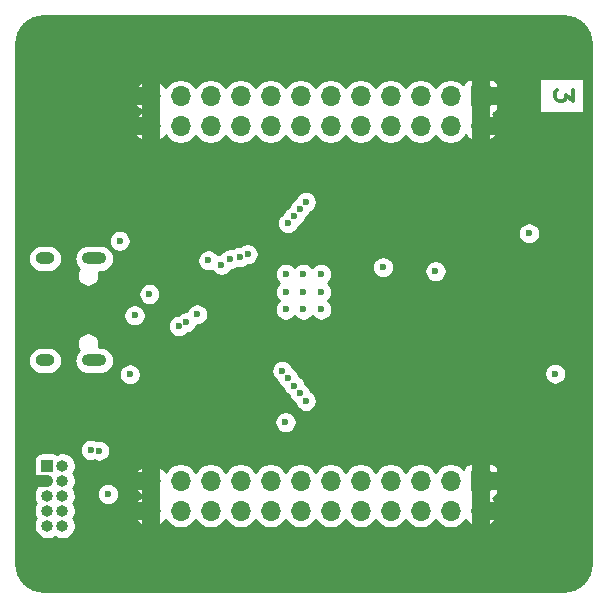
<source format=gbr>
G04 #@! TF.GenerationSoftware,KiCad,Pcbnew,(5.1.10-1-10_14)*
G04 #@! TF.CreationDate,2021-08-26T00:22:11+08:00*
G04 #@! TF.ProjectId,stm32f401_devboard,73746d33-3266-4343-9031-5f646576626f,rev?*
G04 #@! TF.SameCoordinates,Original*
G04 #@! TF.FileFunction,Copper,L3,Inr*
G04 #@! TF.FilePolarity,Positive*
%FSLAX46Y46*%
G04 Gerber Fmt 4.6, Leading zero omitted, Abs format (unit mm)*
G04 Created by KiCad (PCBNEW (5.1.10-1-10_14)) date 2021-08-26 00:22:11*
%MOMM*%
%LPD*%
G01*
G04 APERTURE LIST*
G04 #@! TA.AperFunction,NonConductor*
%ADD10C,0.300000*%
G04 #@! TD*
G04 #@! TA.AperFunction,ComponentPad*
%ADD11O,1.700000X1.700000*%
G04 #@! TD*
G04 #@! TA.AperFunction,ComponentPad*
%ADD12R,1.700000X1.700000*%
G04 #@! TD*
G04 #@! TA.AperFunction,ComponentPad*
%ADD13O,2.100000X1.000000*%
G04 #@! TD*
G04 #@! TA.AperFunction,ComponentPad*
%ADD14O,1.600000X1.000000*%
G04 #@! TD*
G04 #@! TA.AperFunction,ComponentPad*
%ADD15O,1.000000X1.000000*%
G04 #@! TD*
G04 #@! TA.AperFunction,ComponentPad*
%ADD16R,1.000000X1.000000*%
G04 #@! TD*
G04 #@! TA.AperFunction,ViaPad*
%ADD17C,0.600000*%
G04 #@! TD*
G04 #@! TA.AperFunction,Conductor*
%ADD18C,1.500000*%
G04 #@! TD*
G04 #@! TA.AperFunction,Conductor*
%ADD19C,1.000000*%
G04 #@! TD*
G04 #@! TA.AperFunction,Conductor*
%ADD20C,0.254000*%
G04 #@! TD*
G04 #@! TA.AperFunction,Conductor*
%ADD21C,0.100000*%
G04 #@! TD*
G04 APERTURE END LIST*
D10*
X147821428Y-76900000D02*
X147821428Y-77828571D01*
X147250000Y-77328571D01*
X147250000Y-77542857D01*
X147178571Y-77685714D01*
X147107142Y-77757142D01*
X146964285Y-77828571D01*
X146607142Y-77828571D01*
X146464285Y-77757142D01*
X146392857Y-77685714D01*
X146321428Y-77542857D01*
X146321428Y-77114285D01*
X146392857Y-76971428D01*
X146464285Y-76900000D01*
D11*
X112060000Y-112540000D03*
X112060000Y-110000000D03*
X114600000Y-112540000D03*
X114600000Y-110000000D03*
X117140000Y-112540000D03*
X117140000Y-110000000D03*
X119680000Y-112540000D03*
X119680000Y-110000000D03*
X122220000Y-112540000D03*
X122220000Y-110000000D03*
X124760000Y-112540000D03*
X124760000Y-110000000D03*
X127300000Y-112540000D03*
X127300000Y-110000000D03*
X129840000Y-112540000D03*
X129840000Y-110000000D03*
X132380000Y-112540000D03*
X132380000Y-110000000D03*
X134920000Y-112540000D03*
X134920000Y-110000000D03*
X137460000Y-112540000D03*
X137460000Y-110000000D03*
X140000000Y-112540000D03*
D12*
X140000000Y-110000000D03*
D11*
X112060000Y-80000000D03*
X112060000Y-77460000D03*
X114600000Y-80000000D03*
X114600000Y-77460000D03*
X117140000Y-80000000D03*
X117140000Y-77460000D03*
X119680000Y-80000000D03*
X119680000Y-77460000D03*
X122220000Y-80000000D03*
X122220000Y-77460000D03*
X124760000Y-80000000D03*
X124760000Y-77460000D03*
X127300000Y-80000000D03*
X127300000Y-77460000D03*
X129840000Y-80000000D03*
X129840000Y-77460000D03*
X132380000Y-80000000D03*
X132380000Y-77460000D03*
X134920000Y-80000000D03*
X134920000Y-77460000D03*
X137460000Y-80000000D03*
X137460000Y-77460000D03*
X140000000Y-80000000D03*
D12*
X140000000Y-77460000D03*
D13*
X107290000Y-99820000D03*
X107290000Y-91180000D03*
D14*
X103110000Y-91180000D03*
X103110000Y-99820000D03*
D15*
X103315000Y-113820000D03*
X104585000Y-113820000D03*
X103315000Y-112550000D03*
X104585000Y-112550000D03*
X103315000Y-111280000D03*
X104585000Y-111280000D03*
X103315000Y-110010000D03*
X104585000Y-110010000D03*
X104585000Y-108740000D03*
D16*
X103315000Y-108740000D03*
D17*
X123480000Y-105040000D03*
X125000000Y-94000000D03*
X126500000Y-94000000D03*
X123500000Y-94000000D03*
X123500000Y-92500000D03*
X125000000Y-92500000D03*
X126500000Y-92500000D03*
X125000000Y-95500000D03*
X123500000Y-95500000D03*
X126500000Y-95500000D03*
X109440000Y-89690000D03*
X110297823Y-100997823D03*
X136180000Y-92260000D03*
X144100000Y-89050000D03*
X146310000Y-100930000D03*
X116950000Y-91350000D03*
X107709667Y-107450979D03*
X115080000Y-96580000D03*
X106980000Y-107400000D03*
X116010000Y-95910000D03*
X128740000Y-98150000D03*
X119540000Y-96830000D03*
X121160000Y-89610000D03*
X115450000Y-103600000D03*
X132480000Y-85890000D03*
X123198000Y-100695229D03*
X108450000Y-111120000D03*
X131740000Y-91920000D03*
X125198000Y-103240000D03*
X124698000Y-102609877D03*
X124198000Y-101940322D03*
X123698000Y-101296678D03*
X114427755Y-96901105D03*
X110700000Y-96000000D03*
X111960000Y-94198000D03*
X118060000Y-91720000D03*
X118770000Y-91240000D03*
X119592386Y-91056046D03*
X120280000Y-90820000D03*
X123698000Y-88195231D03*
X124198000Y-87615547D03*
X124698000Y-86983596D03*
X125198000Y-86400000D03*
D18*
X140000000Y-110000000D02*
X144510000Y-110000000D01*
X140000000Y-110000000D02*
X140000000Y-108070000D01*
X140000000Y-110000000D02*
X140000000Y-115110000D01*
X140000000Y-112540000D02*
X142500000Y-112540000D01*
X142500000Y-112540000D02*
X144560000Y-110480000D01*
X112060000Y-110000000D02*
X112060000Y-114970000D01*
X112100000Y-114930000D02*
X112100000Y-107560000D01*
X112060000Y-110000000D02*
X109820000Y-110000000D01*
X112060000Y-112540000D02*
X109600000Y-112540000D01*
X112060000Y-80000000D02*
X112060000Y-73990000D01*
X112060000Y-80000000D02*
X112060000Y-82490000D01*
X112060000Y-77460000D02*
X109040000Y-77460000D01*
X112060000Y-80000000D02*
X109220000Y-80000000D01*
X140000000Y-77460000D02*
X140000000Y-74820000D01*
X140000000Y-77460000D02*
X140000000Y-82310000D01*
X140000000Y-77460000D02*
X142020000Y-77460000D01*
X140000000Y-80000000D02*
X142450000Y-80000000D01*
D19*
X103315000Y-110010000D02*
X101720000Y-110010000D01*
D20*
X147453893Y-70707670D02*
X147890498Y-70839489D01*
X148293185Y-71053600D01*
X148646612Y-71341848D01*
X148937327Y-71693261D01*
X149154242Y-72094439D01*
X149289106Y-72530113D01*
X149340000Y-73014344D01*
X149340001Y-116967711D01*
X149292330Y-117453894D01*
X149160512Y-117890497D01*
X148946399Y-118293186D01*
X148658150Y-118646613D01*
X148306739Y-118937327D01*
X147905564Y-119154240D01*
X147469886Y-119289106D01*
X146985664Y-119340000D01*
X103032279Y-119340000D01*
X102546106Y-119292330D01*
X102109503Y-119160512D01*
X101706814Y-118946399D01*
X101353387Y-118658150D01*
X101062673Y-118306739D01*
X100845760Y-117905564D01*
X100710894Y-117469886D01*
X100660000Y-116985664D01*
X100660000Y-108240000D01*
X102176928Y-108240000D01*
X102176928Y-109240000D01*
X102189188Y-109364482D01*
X102225498Y-109484180D01*
X102273070Y-109573180D01*
X102237554Y-109653136D01*
X102220881Y-109708126D01*
X102347046Y-109883000D01*
X103188000Y-109883000D01*
X103188000Y-109878072D01*
X103442000Y-109878072D01*
X103442000Y-109883000D01*
X103453026Y-109883000D01*
X103450000Y-109898212D01*
X103450000Y-110121788D01*
X103453026Y-110137000D01*
X103442000Y-110137000D01*
X103442000Y-110148026D01*
X103426788Y-110145000D01*
X103203212Y-110145000D01*
X103188000Y-110148026D01*
X103188000Y-110137000D01*
X102347046Y-110137000D01*
X102220881Y-110311874D01*
X102237554Y-110366864D01*
X102327877Y-110570206D01*
X102377353Y-110640342D01*
X102309176Y-110742376D01*
X102223617Y-110948933D01*
X102180000Y-111168212D01*
X102180000Y-111391788D01*
X102223617Y-111611067D01*
X102309176Y-111817624D01*
X102374241Y-111915000D01*
X102309176Y-112012376D01*
X102223617Y-112218933D01*
X102180000Y-112438212D01*
X102180000Y-112661788D01*
X102223617Y-112881067D01*
X102309176Y-113087624D01*
X102374241Y-113185000D01*
X102309176Y-113282376D01*
X102223617Y-113488933D01*
X102180000Y-113708212D01*
X102180000Y-113931788D01*
X102223617Y-114151067D01*
X102309176Y-114357624D01*
X102433388Y-114543520D01*
X102591480Y-114701612D01*
X102777376Y-114825824D01*
X102983933Y-114911383D01*
X103203212Y-114955000D01*
X103426788Y-114955000D01*
X103646067Y-114911383D01*
X103852624Y-114825824D01*
X103950000Y-114760759D01*
X104047376Y-114825824D01*
X104253933Y-114911383D01*
X104473212Y-114955000D01*
X104696788Y-114955000D01*
X104916067Y-114911383D01*
X105122624Y-114825824D01*
X105308520Y-114701612D01*
X105466612Y-114543520D01*
X105590824Y-114357624D01*
X105676383Y-114151067D01*
X105720000Y-113931788D01*
X105720000Y-113708212D01*
X105676383Y-113488933D01*
X105590824Y-113282376D01*
X105525759Y-113185000D01*
X105590824Y-113087624D01*
X105669828Y-112896891D01*
X110618519Y-112896891D01*
X110715843Y-113171252D01*
X110864822Y-113421355D01*
X111059731Y-113637588D01*
X111293080Y-113811641D01*
X111555901Y-113936825D01*
X111703110Y-113981476D01*
X111933000Y-113860155D01*
X111933000Y-112667000D01*
X110739186Y-112667000D01*
X110618519Y-112896891D01*
X105669828Y-112896891D01*
X105676383Y-112881067D01*
X105720000Y-112661788D01*
X105720000Y-112438212D01*
X105676383Y-112218933D01*
X105590824Y-112012376D01*
X105525759Y-111915000D01*
X105590824Y-111817624D01*
X105676383Y-111611067D01*
X105720000Y-111391788D01*
X105720000Y-111168212D01*
X105692093Y-111027911D01*
X107515000Y-111027911D01*
X107515000Y-111212089D01*
X107550932Y-111392729D01*
X107621414Y-111562889D01*
X107723738Y-111716028D01*
X107853972Y-111846262D01*
X108007111Y-111948586D01*
X108177271Y-112019068D01*
X108357911Y-112055000D01*
X108542089Y-112055000D01*
X108722729Y-112019068D01*
X108892889Y-111948586D01*
X109046028Y-111846262D01*
X109176262Y-111716028D01*
X109278586Y-111562889D01*
X109349068Y-111392729D01*
X109385000Y-111212089D01*
X109385000Y-111027911D01*
X109349068Y-110847271D01*
X109278586Y-110677111D01*
X109176262Y-110523972D01*
X109046028Y-110393738D01*
X108990883Y-110356891D01*
X110618519Y-110356891D01*
X110715843Y-110631252D01*
X110864822Y-110881355D01*
X111059731Y-111097588D01*
X111290880Y-111270000D01*
X111059731Y-111442412D01*
X110864822Y-111658645D01*
X110715843Y-111908748D01*
X110618519Y-112183109D01*
X110739186Y-112413000D01*
X111933000Y-112413000D01*
X111933000Y-110127000D01*
X110739186Y-110127000D01*
X110618519Y-110356891D01*
X108990883Y-110356891D01*
X108892889Y-110291414D01*
X108722729Y-110220932D01*
X108542089Y-110185000D01*
X108357911Y-110185000D01*
X108177271Y-110220932D01*
X108007111Y-110291414D01*
X107853972Y-110393738D01*
X107723738Y-110523972D01*
X107621414Y-110677111D01*
X107550932Y-110847271D01*
X107515000Y-111027911D01*
X105692093Y-111027911D01*
X105676383Y-110948933D01*
X105590824Y-110742376D01*
X105525759Y-110645000D01*
X105590824Y-110547624D01*
X105676383Y-110341067D01*
X105720000Y-110121788D01*
X105720000Y-109898212D01*
X105676383Y-109678933D01*
X105661545Y-109643109D01*
X110618519Y-109643109D01*
X110739186Y-109873000D01*
X111933000Y-109873000D01*
X111933000Y-108679845D01*
X112187000Y-108679845D01*
X112187000Y-109873000D01*
X112207000Y-109873000D01*
X112207000Y-110127000D01*
X112187000Y-110127000D01*
X112187000Y-112413000D01*
X112207000Y-112413000D01*
X112207000Y-112667000D01*
X112187000Y-112667000D01*
X112187000Y-113860155D01*
X112416890Y-113981476D01*
X112564099Y-113936825D01*
X112826920Y-113811641D01*
X113060269Y-113637588D01*
X113255178Y-113421355D01*
X113324805Y-113304466D01*
X113446525Y-113486632D01*
X113653368Y-113693475D01*
X113896589Y-113855990D01*
X114166842Y-113967932D01*
X114453740Y-114025000D01*
X114746260Y-114025000D01*
X115033158Y-113967932D01*
X115303411Y-113855990D01*
X115546632Y-113693475D01*
X115753475Y-113486632D01*
X115870000Y-113312240D01*
X115986525Y-113486632D01*
X116193368Y-113693475D01*
X116436589Y-113855990D01*
X116706842Y-113967932D01*
X116993740Y-114025000D01*
X117286260Y-114025000D01*
X117573158Y-113967932D01*
X117843411Y-113855990D01*
X118086632Y-113693475D01*
X118293475Y-113486632D01*
X118410000Y-113312240D01*
X118526525Y-113486632D01*
X118733368Y-113693475D01*
X118976589Y-113855990D01*
X119246842Y-113967932D01*
X119533740Y-114025000D01*
X119826260Y-114025000D01*
X120113158Y-113967932D01*
X120383411Y-113855990D01*
X120626632Y-113693475D01*
X120833475Y-113486632D01*
X120950000Y-113312240D01*
X121066525Y-113486632D01*
X121273368Y-113693475D01*
X121516589Y-113855990D01*
X121786842Y-113967932D01*
X122073740Y-114025000D01*
X122366260Y-114025000D01*
X122653158Y-113967932D01*
X122923411Y-113855990D01*
X123166632Y-113693475D01*
X123373475Y-113486632D01*
X123490000Y-113312240D01*
X123606525Y-113486632D01*
X123813368Y-113693475D01*
X124056589Y-113855990D01*
X124326842Y-113967932D01*
X124613740Y-114025000D01*
X124906260Y-114025000D01*
X125193158Y-113967932D01*
X125463411Y-113855990D01*
X125706632Y-113693475D01*
X125913475Y-113486632D01*
X126030000Y-113312240D01*
X126146525Y-113486632D01*
X126353368Y-113693475D01*
X126596589Y-113855990D01*
X126866842Y-113967932D01*
X127153740Y-114025000D01*
X127446260Y-114025000D01*
X127733158Y-113967932D01*
X128003411Y-113855990D01*
X128246632Y-113693475D01*
X128453475Y-113486632D01*
X128570000Y-113312240D01*
X128686525Y-113486632D01*
X128893368Y-113693475D01*
X129136589Y-113855990D01*
X129406842Y-113967932D01*
X129693740Y-114025000D01*
X129986260Y-114025000D01*
X130273158Y-113967932D01*
X130543411Y-113855990D01*
X130786632Y-113693475D01*
X130993475Y-113486632D01*
X131110000Y-113312240D01*
X131226525Y-113486632D01*
X131433368Y-113693475D01*
X131676589Y-113855990D01*
X131946842Y-113967932D01*
X132233740Y-114025000D01*
X132526260Y-114025000D01*
X132813158Y-113967932D01*
X133083411Y-113855990D01*
X133326632Y-113693475D01*
X133533475Y-113486632D01*
X133650000Y-113312240D01*
X133766525Y-113486632D01*
X133973368Y-113693475D01*
X134216589Y-113855990D01*
X134486842Y-113967932D01*
X134773740Y-114025000D01*
X135066260Y-114025000D01*
X135353158Y-113967932D01*
X135623411Y-113855990D01*
X135866632Y-113693475D01*
X136073475Y-113486632D01*
X136190000Y-113312240D01*
X136306525Y-113486632D01*
X136513368Y-113693475D01*
X136756589Y-113855990D01*
X137026842Y-113967932D01*
X137313740Y-114025000D01*
X137606260Y-114025000D01*
X137893158Y-113967932D01*
X138163411Y-113855990D01*
X138406632Y-113693475D01*
X138613475Y-113486632D01*
X138735195Y-113304466D01*
X138804822Y-113421355D01*
X138999731Y-113637588D01*
X139233080Y-113811641D01*
X139495901Y-113936825D01*
X139643110Y-113981476D01*
X139873000Y-113860155D01*
X139873000Y-112667000D01*
X140127000Y-112667000D01*
X140127000Y-113860155D01*
X140356890Y-113981476D01*
X140504099Y-113936825D01*
X140766920Y-113811641D01*
X141000269Y-113637588D01*
X141195178Y-113421355D01*
X141344157Y-113171252D01*
X141441481Y-112896891D01*
X141320814Y-112667000D01*
X140127000Y-112667000D01*
X139873000Y-112667000D01*
X139853000Y-112667000D01*
X139853000Y-112413000D01*
X139873000Y-112413000D01*
X139873000Y-110127000D01*
X140127000Y-110127000D01*
X140127000Y-112413000D01*
X141320814Y-112413000D01*
X141441481Y-112183109D01*
X141344157Y-111908748D01*
X141195178Y-111658645D01*
X141018374Y-111462498D01*
X141094180Y-111439502D01*
X141204494Y-111380537D01*
X141301185Y-111301185D01*
X141380537Y-111204494D01*
X141439502Y-111094180D01*
X141475812Y-110974482D01*
X141488072Y-110850000D01*
X141485000Y-110285750D01*
X141326250Y-110127000D01*
X140127000Y-110127000D01*
X139873000Y-110127000D01*
X139853000Y-110127000D01*
X139853000Y-109873000D01*
X139873000Y-109873000D01*
X139873000Y-108673750D01*
X140127000Y-108673750D01*
X140127000Y-109873000D01*
X141326250Y-109873000D01*
X141485000Y-109714250D01*
X141488072Y-109150000D01*
X141475812Y-109025518D01*
X141439502Y-108905820D01*
X141380537Y-108795506D01*
X141301185Y-108698815D01*
X141204494Y-108619463D01*
X141094180Y-108560498D01*
X140974482Y-108524188D01*
X140850000Y-108511928D01*
X140285750Y-108515000D01*
X140127000Y-108673750D01*
X139873000Y-108673750D01*
X139714250Y-108515000D01*
X139150000Y-108511928D01*
X139025518Y-108524188D01*
X138905820Y-108560498D01*
X138795506Y-108619463D01*
X138698815Y-108698815D01*
X138619463Y-108795506D01*
X138560498Y-108905820D01*
X138538487Y-108978380D01*
X138406632Y-108846525D01*
X138163411Y-108684010D01*
X137893158Y-108572068D01*
X137606260Y-108515000D01*
X137313740Y-108515000D01*
X137026842Y-108572068D01*
X136756589Y-108684010D01*
X136513368Y-108846525D01*
X136306525Y-109053368D01*
X136190000Y-109227760D01*
X136073475Y-109053368D01*
X135866632Y-108846525D01*
X135623411Y-108684010D01*
X135353158Y-108572068D01*
X135066260Y-108515000D01*
X134773740Y-108515000D01*
X134486842Y-108572068D01*
X134216589Y-108684010D01*
X133973368Y-108846525D01*
X133766525Y-109053368D01*
X133650000Y-109227760D01*
X133533475Y-109053368D01*
X133326632Y-108846525D01*
X133083411Y-108684010D01*
X132813158Y-108572068D01*
X132526260Y-108515000D01*
X132233740Y-108515000D01*
X131946842Y-108572068D01*
X131676589Y-108684010D01*
X131433368Y-108846525D01*
X131226525Y-109053368D01*
X131110000Y-109227760D01*
X130993475Y-109053368D01*
X130786632Y-108846525D01*
X130543411Y-108684010D01*
X130273158Y-108572068D01*
X129986260Y-108515000D01*
X129693740Y-108515000D01*
X129406842Y-108572068D01*
X129136589Y-108684010D01*
X128893368Y-108846525D01*
X128686525Y-109053368D01*
X128570000Y-109227760D01*
X128453475Y-109053368D01*
X128246632Y-108846525D01*
X128003411Y-108684010D01*
X127733158Y-108572068D01*
X127446260Y-108515000D01*
X127153740Y-108515000D01*
X126866842Y-108572068D01*
X126596589Y-108684010D01*
X126353368Y-108846525D01*
X126146525Y-109053368D01*
X126030000Y-109227760D01*
X125913475Y-109053368D01*
X125706632Y-108846525D01*
X125463411Y-108684010D01*
X125193158Y-108572068D01*
X124906260Y-108515000D01*
X124613740Y-108515000D01*
X124326842Y-108572068D01*
X124056589Y-108684010D01*
X123813368Y-108846525D01*
X123606525Y-109053368D01*
X123490000Y-109227760D01*
X123373475Y-109053368D01*
X123166632Y-108846525D01*
X122923411Y-108684010D01*
X122653158Y-108572068D01*
X122366260Y-108515000D01*
X122073740Y-108515000D01*
X121786842Y-108572068D01*
X121516589Y-108684010D01*
X121273368Y-108846525D01*
X121066525Y-109053368D01*
X120950000Y-109227760D01*
X120833475Y-109053368D01*
X120626632Y-108846525D01*
X120383411Y-108684010D01*
X120113158Y-108572068D01*
X119826260Y-108515000D01*
X119533740Y-108515000D01*
X119246842Y-108572068D01*
X118976589Y-108684010D01*
X118733368Y-108846525D01*
X118526525Y-109053368D01*
X118410000Y-109227760D01*
X118293475Y-109053368D01*
X118086632Y-108846525D01*
X117843411Y-108684010D01*
X117573158Y-108572068D01*
X117286260Y-108515000D01*
X116993740Y-108515000D01*
X116706842Y-108572068D01*
X116436589Y-108684010D01*
X116193368Y-108846525D01*
X115986525Y-109053368D01*
X115870000Y-109227760D01*
X115753475Y-109053368D01*
X115546632Y-108846525D01*
X115303411Y-108684010D01*
X115033158Y-108572068D01*
X114746260Y-108515000D01*
X114453740Y-108515000D01*
X114166842Y-108572068D01*
X113896589Y-108684010D01*
X113653368Y-108846525D01*
X113446525Y-109053368D01*
X113324805Y-109235534D01*
X113255178Y-109118645D01*
X113060269Y-108902412D01*
X112826920Y-108728359D01*
X112564099Y-108603175D01*
X112416890Y-108558524D01*
X112187000Y-108679845D01*
X111933000Y-108679845D01*
X111703110Y-108558524D01*
X111555901Y-108603175D01*
X111293080Y-108728359D01*
X111059731Y-108902412D01*
X110864822Y-109118645D01*
X110715843Y-109368748D01*
X110618519Y-109643109D01*
X105661545Y-109643109D01*
X105590824Y-109472376D01*
X105525759Y-109375000D01*
X105590824Y-109277624D01*
X105676383Y-109071067D01*
X105720000Y-108851788D01*
X105720000Y-108628212D01*
X105676383Y-108408933D01*
X105590824Y-108202376D01*
X105466612Y-108016480D01*
X105308520Y-107858388D01*
X105122624Y-107734176D01*
X104916067Y-107648617D01*
X104696788Y-107605000D01*
X104473212Y-107605000D01*
X104253933Y-107648617D01*
X104142226Y-107694888D01*
X104059180Y-107650498D01*
X103939482Y-107614188D01*
X103815000Y-107601928D01*
X102815000Y-107601928D01*
X102690518Y-107614188D01*
X102570820Y-107650498D01*
X102460506Y-107709463D01*
X102363815Y-107788815D01*
X102284463Y-107885506D01*
X102225498Y-107995820D01*
X102189188Y-108115518D01*
X102176928Y-108240000D01*
X100660000Y-108240000D01*
X100660000Y-107307911D01*
X106045000Y-107307911D01*
X106045000Y-107492089D01*
X106080932Y-107672729D01*
X106151414Y-107842889D01*
X106253738Y-107996028D01*
X106383972Y-108126262D01*
X106537111Y-108228586D01*
X106707271Y-108299068D01*
X106887911Y-108335000D01*
X107072089Y-108335000D01*
X107252729Y-108299068D01*
X107283296Y-108286407D01*
X107436938Y-108350047D01*
X107617578Y-108385979D01*
X107801756Y-108385979D01*
X107982396Y-108350047D01*
X108152556Y-108279565D01*
X108305695Y-108177241D01*
X108435929Y-108047007D01*
X108538253Y-107893868D01*
X108608735Y-107723708D01*
X108644667Y-107543068D01*
X108644667Y-107358890D01*
X108608735Y-107178250D01*
X108538253Y-107008090D01*
X108435929Y-106854951D01*
X108305695Y-106724717D01*
X108152556Y-106622393D01*
X107982396Y-106551911D01*
X107801756Y-106515979D01*
X107617578Y-106515979D01*
X107436938Y-106551911D01*
X107406371Y-106564572D01*
X107252729Y-106500932D01*
X107072089Y-106465000D01*
X106887911Y-106465000D01*
X106707271Y-106500932D01*
X106537111Y-106571414D01*
X106383972Y-106673738D01*
X106253738Y-106803972D01*
X106151414Y-106957111D01*
X106080932Y-107127271D01*
X106045000Y-107307911D01*
X100660000Y-107307911D01*
X100660000Y-104947911D01*
X122545000Y-104947911D01*
X122545000Y-105132089D01*
X122580932Y-105312729D01*
X122651414Y-105482889D01*
X122753738Y-105636028D01*
X122883972Y-105766262D01*
X123037111Y-105868586D01*
X123207271Y-105939068D01*
X123387911Y-105975000D01*
X123572089Y-105975000D01*
X123752729Y-105939068D01*
X123922889Y-105868586D01*
X124076028Y-105766262D01*
X124206262Y-105636028D01*
X124308586Y-105482889D01*
X124379068Y-105312729D01*
X124415000Y-105132089D01*
X124415000Y-104947911D01*
X124379068Y-104767271D01*
X124308586Y-104597111D01*
X124206262Y-104443972D01*
X124076028Y-104313738D01*
X123922889Y-104211414D01*
X123752729Y-104140932D01*
X123572089Y-104105000D01*
X123387911Y-104105000D01*
X123207271Y-104140932D01*
X123037111Y-104211414D01*
X122883972Y-104313738D01*
X122753738Y-104443972D01*
X122651414Y-104597111D01*
X122580932Y-104767271D01*
X122545000Y-104947911D01*
X100660000Y-104947911D01*
X100660000Y-99820000D01*
X101669509Y-99820000D01*
X101691423Y-100042499D01*
X101756324Y-100256447D01*
X101861716Y-100453623D01*
X102003551Y-100626449D01*
X102176377Y-100768284D01*
X102373553Y-100873676D01*
X102587501Y-100938577D01*
X102754248Y-100955000D01*
X103465752Y-100955000D01*
X103632499Y-100938577D01*
X103846447Y-100873676D01*
X104043623Y-100768284D01*
X104216449Y-100626449D01*
X104358284Y-100453623D01*
X104463676Y-100256447D01*
X104528577Y-100042499D01*
X104550491Y-99820000D01*
X105599509Y-99820000D01*
X105621423Y-100042499D01*
X105686324Y-100256447D01*
X105791716Y-100453623D01*
X105933551Y-100626449D01*
X106106377Y-100768284D01*
X106303553Y-100873676D01*
X106517501Y-100938577D01*
X106684248Y-100955000D01*
X107895752Y-100955000D01*
X108062499Y-100938577D01*
X108170766Y-100905734D01*
X109362823Y-100905734D01*
X109362823Y-101089912D01*
X109398755Y-101270552D01*
X109469237Y-101440712D01*
X109571561Y-101593851D01*
X109701795Y-101724085D01*
X109854934Y-101826409D01*
X110025094Y-101896891D01*
X110205734Y-101932823D01*
X110389912Y-101932823D01*
X110570552Y-101896891D01*
X110740712Y-101826409D01*
X110893851Y-101724085D01*
X111024085Y-101593851D01*
X111126409Y-101440712D01*
X111196891Y-101270552D01*
X111232823Y-101089912D01*
X111232823Y-100905734D01*
X111196891Y-100725094D01*
X111146377Y-100603140D01*
X122263000Y-100603140D01*
X122263000Y-100787318D01*
X122298932Y-100967958D01*
X122369414Y-101138118D01*
X122471738Y-101291257D01*
X122601972Y-101421491D01*
X122755111Y-101523815D01*
X122792983Y-101539502D01*
X122798932Y-101569407D01*
X122869414Y-101739567D01*
X122971738Y-101892706D01*
X123101972Y-102022940D01*
X123255111Y-102125264D01*
X123283837Y-102137162D01*
X123298932Y-102213051D01*
X123369414Y-102383211D01*
X123471738Y-102536350D01*
X123601972Y-102666584D01*
X123755111Y-102768908D01*
X123778220Y-102778480D01*
X123798932Y-102882606D01*
X123869414Y-103052766D01*
X123971738Y-103205905D01*
X124101972Y-103336139D01*
X124255111Y-103438463D01*
X124286768Y-103451576D01*
X124298932Y-103512729D01*
X124369414Y-103682889D01*
X124471738Y-103836028D01*
X124601972Y-103966262D01*
X124755111Y-104068586D01*
X124925271Y-104139068D01*
X125105911Y-104175000D01*
X125290089Y-104175000D01*
X125470729Y-104139068D01*
X125640889Y-104068586D01*
X125794028Y-103966262D01*
X125924262Y-103836028D01*
X126026586Y-103682889D01*
X126097068Y-103512729D01*
X126133000Y-103332089D01*
X126133000Y-103147911D01*
X126097068Y-102967271D01*
X126026586Y-102797111D01*
X125924262Y-102643972D01*
X125794028Y-102513738D01*
X125640889Y-102411414D01*
X125609232Y-102398301D01*
X125597068Y-102337148D01*
X125526586Y-102166988D01*
X125424262Y-102013849D01*
X125294028Y-101883615D01*
X125140889Y-101781291D01*
X125117780Y-101771719D01*
X125097068Y-101667593D01*
X125026586Y-101497433D01*
X124924262Y-101344294D01*
X124794028Y-101214060D01*
X124640889Y-101111736D01*
X124612163Y-101099838D01*
X124597068Y-101023949D01*
X124526586Y-100853789D01*
X124515977Y-100837911D01*
X145375000Y-100837911D01*
X145375000Y-101022089D01*
X145410932Y-101202729D01*
X145481414Y-101372889D01*
X145583738Y-101526028D01*
X145713972Y-101656262D01*
X145867111Y-101758586D01*
X146037271Y-101829068D01*
X146217911Y-101865000D01*
X146402089Y-101865000D01*
X146582729Y-101829068D01*
X146752889Y-101758586D01*
X146906028Y-101656262D01*
X147036262Y-101526028D01*
X147138586Y-101372889D01*
X147209068Y-101202729D01*
X147245000Y-101022089D01*
X147245000Y-100837911D01*
X147209068Y-100657271D01*
X147138586Y-100487111D01*
X147036262Y-100333972D01*
X146906028Y-100203738D01*
X146752889Y-100101414D01*
X146582729Y-100030932D01*
X146402089Y-99995000D01*
X146217911Y-99995000D01*
X146037271Y-100030932D01*
X145867111Y-100101414D01*
X145713972Y-100203738D01*
X145583738Y-100333972D01*
X145481414Y-100487111D01*
X145410932Y-100657271D01*
X145375000Y-100837911D01*
X124515977Y-100837911D01*
X124424262Y-100700650D01*
X124294028Y-100570416D01*
X124140889Y-100468092D01*
X124103017Y-100452405D01*
X124097068Y-100422500D01*
X124026586Y-100252340D01*
X123924262Y-100099201D01*
X123794028Y-99968967D01*
X123640889Y-99866643D01*
X123470729Y-99796161D01*
X123290089Y-99760229D01*
X123105911Y-99760229D01*
X122925271Y-99796161D01*
X122755111Y-99866643D01*
X122601972Y-99968967D01*
X122471738Y-100099201D01*
X122369414Y-100252340D01*
X122298932Y-100422500D01*
X122263000Y-100603140D01*
X111146377Y-100603140D01*
X111126409Y-100554934D01*
X111024085Y-100401795D01*
X110893851Y-100271561D01*
X110740712Y-100169237D01*
X110570552Y-100098755D01*
X110389912Y-100062823D01*
X110205734Y-100062823D01*
X110025094Y-100098755D01*
X109854934Y-100169237D01*
X109701795Y-100271561D01*
X109571561Y-100401795D01*
X109469237Y-100554934D01*
X109398755Y-100725094D01*
X109362823Y-100905734D01*
X108170766Y-100905734D01*
X108276447Y-100873676D01*
X108473623Y-100768284D01*
X108646449Y-100626449D01*
X108788284Y-100453623D01*
X108893676Y-100256447D01*
X108958577Y-100042499D01*
X108980491Y-99820000D01*
X108958577Y-99597501D01*
X108893676Y-99383553D01*
X108788284Y-99186377D01*
X108646449Y-99013551D01*
X108473623Y-98871716D01*
X108276447Y-98766324D01*
X108062499Y-98701423D01*
X107895752Y-98685000D01*
X107676904Y-98685000D01*
X107683108Y-98670022D01*
X107720000Y-98484552D01*
X107720000Y-98295448D01*
X107683108Y-98109978D01*
X107610741Y-97935269D01*
X107505681Y-97778036D01*
X107371964Y-97644319D01*
X107214731Y-97539259D01*
X107040022Y-97466892D01*
X106854552Y-97430000D01*
X106665448Y-97430000D01*
X106479978Y-97466892D01*
X106305269Y-97539259D01*
X106148036Y-97644319D01*
X106014319Y-97778036D01*
X105909259Y-97935269D01*
X105836892Y-98109978D01*
X105800000Y-98295448D01*
X105800000Y-98484552D01*
X105836892Y-98670022D01*
X105909259Y-98844731D01*
X105990715Y-98966638D01*
X105933551Y-99013551D01*
X105791716Y-99186377D01*
X105686324Y-99383553D01*
X105621423Y-99597501D01*
X105599509Y-99820000D01*
X104550491Y-99820000D01*
X104528577Y-99597501D01*
X104463676Y-99383553D01*
X104358284Y-99186377D01*
X104216449Y-99013551D01*
X104043623Y-98871716D01*
X103846447Y-98766324D01*
X103632499Y-98701423D01*
X103465752Y-98685000D01*
X102754248Y-98685000D01*
X102587501Y-98701423D01*
X102373553Y-98766324D01*
X102176377Y-98871716D01*
X102003551Y-99013551D01*
X101861716Y-99186377D01*
X101756324Y-99383553D01*
X101691423Y-99597501D01*
X101669509Y-99820000D01*
X100660000Y-99820000D01*
X100660000Y-95907911D01*
X109765000Y-95907911D01*
X109765000Y-96092089D01*
X109800932Y-96272729D01*
X109871414Y-96442889D01*
X109973738Y-96596028D01*
X110103972Y-96726262D01*
X110257111Y-96828586D01*
X110427271Y-96899068D01*
X110607911Y-96935000D01*
X110792089Y-96935000D01*
X110972729Y-96899068D01*
X111142889Y-96828586D01*
X111172177Y-96809016D01*
X113492755Y-96809016D01*
X113492755Y-96993194D01*
X113528687Y-97173834D01*
X113599169Y-97343994D01*
X113701493Y-97497133D01*
X113831727Y-97627367D01*
X113984866Y-97729691D01*
X114155026Y-97800173D01*
X114335666Y-97836105D01*
X114519844Y-97836105D01*
X114700484Y-97800173D01*
X114870644Y-97729691D01*
X115023783Y-97627367D01*
X115136150Y-97515000D01*
X115172089Y-97515000D01*
X115352729Y-97479068D01*
X115522889Y-97408586D01*
X115676028Y-97306262D01*
X115806262Y-97176028D01*
X115908586Y-97022889D01*
X115979068Y-96852729D01*
X115980605Y-96845000D01*
X116102089Y-96845000D01*
X116282729Y-96809068D01*
X116452889Y-96738586D01*
X116606028Y-96636262D01*
X116736262Y-96506028D01*
X116838586Y-96352889D01*
X116909068Y-96182729D01*
X116945000Y-96002089D01*
X116945000Y-95817911D01*
X116909068Y-95637271D01*
X116838586Y-95467111D01*
X116736262Y-95313972D01*
X116606028Y-95183738D01*
X116452889Y-95081414D01*
X116282729Y-95010932D01*
X116102089Y-94975000D01*
X115917911Y-94975000D01*
X115737271Y-95010932D01*
X115567111Y-95081414D01*
X115413972Y-95183738D01*
X115283738Y-95313972D01*
X115181414Y-95467111D01*
X115110932Y-95637271D01*
X115109395Y-95645000D01*
X114987911Y-95645000D01*
X114807271Y-95680932D01*
X114637111Y-95751414D01*
X114483972Y-95853738D01*
X114371605Y-95966105D01*
X114335666Y-95966105D01*
X114155026Y-96002037D01*
X113984866Y-96072519D01*
X113831727Y-96174843D01*
X113701493Y-96305077D01*
X113599169Y-96458216D01*
X113528687Y-96628376D01*
X113492755Y-96809016D01*
X111172177Y-96809016D01*
X111296028Y-96726262D01*
X111426262Y-96596028D01*
X111528586Y-96442889D01*
X111599068Y-96272729D01*
X111635000Y-96092089D01*
X111635000Y-95907911D01*
X111599068Y-95727271D01*
X111528586Y-95557111D01*
X111426262Y-95403972D01*
X111296028Y-95273738D01*
X111142889Y-95171414D01*
X110972729Y-95100932D01*
X110792089Y-95065000D01*
X110607911Y-95065000D01*
X110427271Y-95100932D01*
X110257111Y-95171414D01*
X110103972Y-95273738D01*
X109973738Y-95403972D01*
X109871414Y-95557111D01*
X109800932Y-95727271D01*
X109765000Y-95907911D01*
X100660000Y-95907911D01*
X100660000Y-94105911D01*
X111025000Y-94105911D01*
X111025000Y-94290089D01*
X111060932Y-94470729D01*
X111131414Y-94640889D01*
X111233738Y-94794028D01*
X111363972Y-94924262D01*
X111517111Y-95026586D01*
X111687271Y-95097068D01*
X111867911Y-95133000D01*
X112052089Y-95133000D01*
X112232729Y-95097068D01*
X112402889Y-95026586D01*
X112556028Y-94924262D01*
X112686262Y-94794028D01*
X112788586Y-94640889D01*
X112859068Y-94470729D01*
X112895000Y-94290089D01*
X112895000Y-94105911D01*
X112859068Y-93925271D01*
X112788586Y-93755111D01*
X112686262Y-93601972D01*
X112556028Y-93471738D01*
X112402889Y-93369414D01*
X112232729Y-93298932D01*
X112052089Y-93263000D01*
X111867911Y-93263000D01*
X111687271Y-93298932D01*
X111517111Y-93369414D01*
X111363972Y-93471738D01*
X111233738Y-93601972D01*
X111131414Y-93755111D01*
X111060932Y-93925271D01*
X111025000Y-94105911D01*
X100660000Y-94105911D01*
X100660000Y-91180000D01*
X101669509Y-91180000D01*
X101691423Y-91402499D01*
X101756324Y-91616447D01*
X101861716Y-91813623D01*
X102003551Y-91986449D01*
X102176377Y-92128284D01*
X102373553Y-92233676D01*
X102587501Y-92298577D01*
X102754248Y-92315000D01*
X103465752Y-92315000D01*
X103632499Y-92298577D01*
X103846447Y-92233676D01*
X104043623Y-92128284D01*
X104216449Y-91986449D01*
X104358284Y-91813623D01*
X104463676Y-91616447D01*
X104528577Y-91402499D01*
X104550491Y-91180000D01*
X105599509Y-91180000D01*
X105621423Y-91402499D01*
X105686324Y-91616447D01*
X105791716Y-91813623D01*
X105933551Y-91986449D01*
X105990715Y-92033362D01*
X105909259Y-92155269D01*
X105836892Y-92329978D01*
X105800000Y-92515448D01*
X105800000Y-92704552D01*
X105836892Y-92890022D01*
X105909259Y-93064731D01*
X106014319Y-93221964D01*
X106148036Y-93355681D01*
X106305269Y-93460741D01*
X106479978Y-93533108D01*
X106665448Y-93570000D01*
X106854552Y-93570000D01*
X107040022Y-93533108D01*
X107214731Y-93460741D01*
X107371964Y-93355681D01*
X107505681Y-93221964D01*
X107610741Y-93064731D01*
X107683108Y-92890022D01*
X107720000Y-92704552D01*
X107720000Y-92515448D01*
X107683108Y-92329978D01*
X107676904Y-92315000D01*
X107895752Y-92315000D01*
X108062499Y-92298577D01*
X108276447Y-92233676D01*
X108473623Y-92128284D01*
X108646449Y-91986449D01*
X108788284Y-91813623D01*
X108893676Y-91616447D01*
X108958577Y-91402499D01*
X108972817Y-91257911D01*
X116015000Y-91257911D01*
X116015000Y-91442089D01*
X116050932Y-91622729D01*
X116121414Y-91792889D01*
X116223738Y-91946028D01*
X116353972Y-92076262D01*
X116507111Y-92178586D01*
X116677271Y-92249068D01*
X116857911Y-92285000D01*
X117042089Y-92285000D01*
X117222729Y-92249068D01*
X117274632Y-92227569D01*
X117333738Y-92316028D01*
X117463972Y-92446262D01*
X117617111Y-92548586D01*
X117787271Y-92619068D01*
X117967911Y-92655000D01*
X118152089Y-92655000D01*
X118332729Y-92619068D01*
X118502889Y-92548586D01*
X118656028Y-92446262D01*
X118694379Y-92407911D01*
X122565000Y-92407911D01*
X122565000Y-92592089D01*
X122600932Y-92772729D01*
X122671414Y-92942889D01*
X122773738Y-93096028D01*
X122903972Y-93226262D01*
X122939498Y-93250000D01*
X122903972Y-93273738D01*
X122773738Y-93403972D01*
X122671414Y-93557111D01*
X122600932Y-93727271D01*
X122565000Y-93907911D01*
X122565000Y-94092089D01*
X122600932Y-94272729D01*
X122671414Y-94442889D01*
X122773738Y-94596028D01*
X122903972Y-94726262D01*
X122939498Y-94750000D01*
X122903972Y-94773738D01*
X122773738Y-94903972D01*
X122671414Y-95057111D01*
X122600932Y-95227271D01*
X122565000Y-95407911D01*
X122565000Y-95592089D01*
X122600932Y-95772729D01*
X122671414Y-95942889D01*
X122773738Y-96096028D01*
X122903972Y-96226262D01*
X123057111Y-96328586D01*
X123227271Y-96399068D01*
X123407911Y-96435000D01*
X123592089Y-96435000D01*
X123772729Y-96399068D01*
X123942889Y-96328586D01*
X124096028Y-96226262D01*
X124226262Y-96096028D01*
X124250000Y-96060502D01*
X124273738Y-96096028D01*
X124403972Y-96226262D01*
X124557111Y-96328586D01*
X124727271Y-96399068D01*
X124907911Y-96435000D01*
X125092089Y-96435000D01*
X125272729Y-96399068D01*
X125442889Y-96328586D01*
X125596028Y-96226262D01*
X125726262Y-96096028D01*
X125750000Y-96060502D01*
X125773738Y-96096028D01*
X125903972Y-96226262D01*
X126057111Y-96328586D01*
X126227271Y-96399068D01*
X126407911Y-96435000D01*
X126592089Y-96435000D01*
X126772729Y-96399068D01*
X126942889Y-96328586D01*
X127096028Y-96226262D01*
X127226262Y-96096028D01*
X127328586Y-95942889D01*
X127399068Y-95772729D01*
X127435000Y-95592089D01*
X127435000Y-95407911D01*
X127399068Y-95227271D01*
X127328586Y-95057111D01*
X127226262Y-94903972D01*
X127096028Y-94773738D01*
X127060502Y-94750000D01*
X127096028Y-94726262D01*
X127226262Y-94596028D01*
X127328586Y-94442889D01*
X127399068Y-94272729D01*
X127435000Y-94092089D01*
X127435000Y-93907911D01*
X127399068Y-93727271D01*
X127328586Y-93557111D01*
X127226262Y-93403972D01*
X127096028Y-93273738D01*
X127060502Y-93250000D01*
X127096028Y-93226262D01*
X127226262Y-93096028D01*
X127328586Y-92942889D01*
X127399068Y-92772729D01*
X127435000Y-92592089D01*
X127435000Y-92407911D01*
X127399068Y-92227271D01*
X127328586Y-92057111D01*
X127226262Y-91903972D01*
X127150201Y-91827911D01*
X130805000Y-91827911D01*
X130805000Y-92012089D01*
X130840932Y-92192729D01*
X130911414Y-92362889D01*
X131013738Y-92516028D01*
X131143972Y-92646262D01*
X131297111Y-92748586D01*
X131467271Y-92819068D01*
X131647911Y-92855000D01*
X131832089Y-92855000D01*
X132012729Y-92819068D01*
X132182889Y-92748586D01*
X132336028Y-92646262D01*
X132466262Y-92516028D01*
X132568586Y-92362889D01*
X132639068Y-92192729D01*
X132644004Y-92167911D01*
X135245000Y-92167911D01*
X135245000Y-92352089D01*
X135280932Y-92532729D01*
X135351414Y-92702889D01*
X135453738Y-92856028D01*
X135583972Y-92986262D01*
X135737111Y-93088586D01*
X135907271Y-93159068D01*
X136087911Y-93195000D01*
X136272089Y-93195000D01*
X136452729Y-93159068D01*
X136622889Y-93088586D01*
X136776028Y-92986262D01*
X136906262Y-92856028D01*
X137008586Y-92702889D01*
X137079068Y-92532729D01*
X137115000Y-92352089D01*
X137115000Y-92167911D01*
X137079068Y-91987271D01*
X137008586Y-91817111D01*
X136906262Y-91663972D01*
X136776028Y-91533738D01*
X136622889Y-91431414D01*
X136452729Y-91360932D01*
X136272089Y-91325000D01*
X136087911Y-91325000D01*
X135907271Y-91360932D01*
X135737111Y-91431414D01*
X135583972Y-91533738D01*
X135453738Y-91663972D01*
X135351414Y-91817111D01*
X135280932Y-91987271D01*
X135245000Y-92167911D01*
X132644004Y-92167911D01*
X132675000Y-92012089D01*
X132675000Y-91827911D01*
X132639068Y-91647271D01*
X132568586Y-91477111D01*
X132466262Y-91323972D01*
X132336028Y-91193738D01*
X132182889Y-91091414D01*
X132012729Y-91020932D01*
X131832089Y-90985000D01*
X131647911Y-90985000D01*
X131467271Y-91020932D01*
X131297111Y-91091414D01*
X131143972Y-91193738D01*
X131013738Y-91323972D01*
X130911414Y-91477111D01*
X130840932Y-91647271D01*
X130805000Y-91827911D01*
X127150201Y-91827911D01*
X127096028Y-91773738D01*
X126942889Y-91671414D01*
X126772729Y-91600932D01*
X126592089Y-91565000D01*
X126407911Y-91565000D01*
X126227271Y-91600932D01*
X126057111Y-91671414D01*
X125903972Y-91773738D01*
X125773738Y-91903972D01*
X125750000Y-91939498D01*
X125726262Y-91903972D01*
X125596028Y-91773738D01*
X125442889Y-91671414D01*
X125272729Y-91600932D01*
X125092089Y-91565000D01*
X124907911Y-91565000D01*
X124727271Y-91600932D01*
X124557111Y-91671414D01*
X124403972Y-91773738D01*
X124273738Y-91903972D01*
X124250000Y-91939498D01*
X124226262Y-91903972D01*
X124096028Y-91773738D01*
X123942889Y-91671414D01*
X123772729Y-91600932D01*
X123592089Y-91565000D01*
X123407911Y-91565000D01*
X123227271Y-91600932D01*
X123057111Y-91671414D01*
X122903972Y-91773738D01*
X122773738Y-91903972D01*
X122671414Y-92057111D01*
X122600932Y-92227271D01*
X122565000Y-92407911D01*
X118694379Y-92407911D01*
X118786262Y-92316028D01*
X118883315Y-92170778D01*
X119042729Y-92139068D01*
X119212889Y-92068586D01*
X119366028Y-91966262D01*
X119367633Y-91964657D01*
X119500297Y-91991046D01*
X119684475Y-91991046D01*
X119865115Y-91955114D01*
X120035275Y-91884632D01*
X120188414Y-91782308D01*
X120215722Y-91755000D01*
X120372089Y-91755000D01*
X120552729Y-91719068D01*
X120722889Y-91648586D01*
X120876028Y-91546262D01*
X121006262Y-91416028D01*
X121108586Y-91262889D01*
X121179068Y-91092729D01*
X121215000Y-90912089D01*
X121215000Y-90727911D01*
X121179068Y-90547271D01*
X121108586Y-90377111D01*
X121006262Y-90223972D01*
X120876028Y-90093738D01*
X120722889Y-89991414D01*
X120552729Y-89920932D01*
X120372089Y-89885000D01*
X120187911Y-89885000D01*
X120007271Y-89920932D01*
X119837111Y-89991414D01*
X119683972Y-90093738D01*
X119656664Y-90121046D01*
X119500297Y-90121046D01*
X119319657Y-90156978D01*
X119149497Y-90227460D01*
X118996358Y-90329784D01*
X118994753Y-90331389D01*
X118862089Y-90305000D01*
X118677911Y-90305000D01*
X118497271Y-90340932D01*
X118327111Y-90411414D01*
X118173972Y-90513738D01*
X118043738Y-90643972D01*
X117946685Y-90789222D01*
X117787271Y-90820932D01*
X117735368Y-90842431D01*
X117676262Y-90753972D01*
X117546028Y-90623738D01*
X117392889Y-90521414D01*
X117222729Y-90450932D01*
X117042089Y-90415000D01*
X116857911Y-90415000D01*
X116677271Y-90450932D01*
X116507111Y-90521414D01*
X116353972Y-90623738D01*
X116223738Y-90753972D01*
X116121414Y-90907111D01*
X116050932Y-91077271D01*
X116015000Y-91257911D01*
X108972817Y-91257911D01*
X108980491Y-91180000D01*
X108958577Y-90957501D01*
X108893676Y-90743553D01*
X108788284Y-90546377D01*
X108646449Y-90373551D01*
X108473623Y-90231716D01*
X108276447Y-90126324D01*
X108062499Y-90061423D01*
X107895752Y-90045000D01*
X106684248Y-90045000D01*
X106517501Y-90061423D01*
X106303553Y-90126324D01*
X106106377Y-90231716D01*
X105933551Y-90373551D01*
X105791716Y-90546377D01*
X105686324Y-90743553D01*
X105621423Y-90957501D01*
X105599509Y-91180000D01*
X104550491Y-91180000D01*
X104528577Y-90957501D01*
X104463676Y-90743553D01*
X104358284Y-90546377D01*
X104216449Y-90373551D01*
X104043623Y-90231716D01*
X103846447Y-90126324D01*
X103632499Y-90061423D01*
X103465752Y-90045000D01*
X102754248Y-90045000D01*
X102587501Y-90061423D01*
X102373553Y-90126324D01*
X102176377Y-90231716D01*
X102003551Y-90373551D01*
X101861716Y-90546377D01*
X101756324Y-90743553D01*
X101691423Y-90957501D01*
X101669509Y-91180000D01*
X100660000Y-91180000D01*
X100660000Y-89597911D01*
X108505000Y-89597911D01*
X108505000Y-89782089D01*
X108540932Y-89962729D01*
X108611414Y-90132889D01*
X108713738Y-90286028D01*
X108843972Y-90416262D01*
X108997111Y-90518586D01*
X109167271Y-90589068D01*
X109347911Y-90625000D01*
X109532089Y-90625000D01*
X109712729Y-90589068D01*
X109882889Y-90518586D01*
X110036028Y-90416262D01*
X110166262Y-90286028D01*
X110268586Y-90132889D01*
X110339068Y-89962729D01*
X110375000Y-89782089D01*
X110375000Y-89597911D01*
X110339068Y-89417271D01*
X110268586Y-89247111D01*
X110166262Y-89093972D01*
X110036028Y-88963738D01*
X109882889Y-88861414D01*
X109712729Y-88790932D01*
X109532089Y-88755000D01*
X109347911Y-88755000D01*
X109167271Y-88790932D01*
X108997111Y-88861414D01*
X108843972Y-88963738D01*
X108713738Y-89093972D01*
X108611414Y-89247111D01*
X108540932Y-89417271D01*
X108505000Y-89597911D01*
X100660000Y-89597911D01*
X100660000Y-88103142D01*
X122763000Y-88103142D01*
X122763000Y-88287320D01*
X122798932Y-88467960D01*
X122869414Y-88638120D01*
X122971738Y-88791259D01*
X123101972Y-88921493D01*
X123255111Y-89023817D01*
X123425271Y-89094299D01*
X123605911Y-89130231D01*
X123790089Y-89130231D01*
X123970729Y-89094299D01*
X124140889Y-89023817D01*
X124239524Y-88957911D01*
X143165000Y-88957911D01*
X143165000Y-89142089D01*
X143200932Y-89322729D01*
X143271414Y-89492889D01*
X143373738Y-89646028D01*
X143503972Y-89776262D01*
X143657111Y-89878586D01*
X143827271Y-89949068D01*
X144007911Y-89985000D01*
X144192089Y-89985000D01*
X144372729Y-89949068D01*
X144542889Y-89878586D01*
X144696028Y-89776262D01*
X144826262Y-89646028D01*
X144928586Y-89492889D01*
X144999068Y-89322729D01*
X145035000Y-89142089D01*
X145035000Y-88957911D01*
X144999068Y-88777271D01*
X144928586Y-88607111D01*
X144826262Y-88453972D01*
X144696028Y-88323738D01*
X144542889Y-88221414D01*
X144372729Y-88150932D01*
X144192089Y-88115000D01*
X144007911Y-88115000D01*
X143827271Y-88150932D01*
X143657111Y-88221414D01*
X143503972Y-88323738D01*
X143373738Y-88453972D01*
X143271414Y-88607111D01*
X143200932Y-88777271D01*
X143165000Y-88957911D01*
X124239524Y-88957911D01*
X124294028Y-88921493D01*
X124424262Y-88791259D01*
X124526586Y-88638120D01*
X124597068Y-88467960D01*
X124598298Y-88461774D01*
X124640889Y-88444133D01*
X124794028Y-88341809D01*
X124924262Y-88211575D01*
X125026586Y-88058436D01*
X125097068Y-87888276D01*
X125109629Y-87825130D01*
X125140889Y-87812182D01*
X125294028Y-87709858D01*
X125424262Y-87579624D01*
X125526586Y-87426485D01*
X125597068Y-87256325D01*
X125599146Y-87245876D01*
X125640889Y-87228586D01*
X125794028Y-87126262D01*
X125924262Y-86996028D01*
X126026586Y-86842889D01*
X126097068Y-86672729D01*
X126133000Y-86492089D01*
X126133000Y-86307911D01*
X126097068Y-86127271D01*
X126026586Y-85957111D01*
X125924262Y-85803972D01*
X125794028Y-85673738D01*
X125640889Y-85571414D01*
X125470729Y-85500932D01*
X125290089Y-85465000D01*
X125105911Y-85465000D01*
X124925271Y-85500932D01*
X124755111Y-85571414D01*
X124601972Y-85673738D01*
X124471738Y-85803972D01*
X124369414Y-85957111D01*
X124298932Y-86127271D01*
X124296854Y-86137720D01*
X124255111Y-86155010D01*
X124101972Y-86257334D01*
X123971738Y-86387568D01*
X123869414Y-86540707D01*
X123798932Y-86710867D01*
X123786371Y-86774013D01*
X123755111Y-86786961D01*
X123601972Y-86889285D01*
X123471738Y-87019519D01*
X123369414Y-87172658D01*
X123298932Y-87342818D01*
X123297702Y-87349004D01*
X123255111Y-87366645D01*
X123101972Y-87468969D01*
X122971738Y-87599203D01*
X122869414Y-87752342D01*
X122798932Y-87922502D01*
X122763000Y-88103142D01*
X100660000Y-88103142D01*
X100660000Y-80356891D01*
X110618519Y-80356891D01*
X110715843Y-80631252D01*
X110864822Y-80881355D01*
X111059731Y-81097588D01*
X111293080Y-81271641D01*
X111555901Y-81396825D01*
X111703110Y-81441476D01*
X111933000Y-81320155D01*
X111933000Y-80127000D01*
X110739186Y-80127000D01*
X110618519Y-80356891D01*
X100660000Y-80356891D01*
X100660000Y-77816891D01*
X110618519Y-77816891D01*
X110715843Y-78091252D01*
X110864822Y-78341355D01*
X111059731Y-78557588D01*
X111290880Y-78730000D01*
X111059731Y-78902412D01*
X110864822Y-79118645D01*
X110715843Y-79368748D01*
X110618519Y-79643109D01*
X110739186Y-79873000D01*
X111933000Y-79873000D01*
X111933000Y-77587000D01*
X110739186Y-77587000D01*
X110618519Y-77816891D01*
X100660000Y-77816891D01*
X100660000Y-77103109D01*
X110618519Y-77103109D01*
X110739186Y-77333000D01*
X111933000Y-77333000D01*
X111933000Y-76139845D01*
X112187000Y-76139845D01*
X112187000Y-77333000D01*
X112207000Y-77333000D01*
X112207000Y-77587000D01*
X112187000Y-77587000D01*
X112187000Y-79873000D01*
X112207000Y-79873000D01*
X112207000Y-80127000D01*
X112187000Y-80127000D01*
X112187000Y-81320155D01*
X112416890Y-81441476D01*
X112564099Y-81396825D01*
X112826920Y-81271641D01*
X113060269Y-81097588D01*
X113255178Y-80881355D01*
X113324805Y-80764466D01*
X113446525Y-80946632D01*
X113653368Y-81153475D01*
X113896589Y-81315990D01*
X114166842Y-81427932D01*
X114453740Y-81485000D01*
X114746260Y-81485000D01*
X115033158Y-81427932D01*
X115303411Y-81315990D01*
X115546632Y-81153475D01*
X115753475Y-80946632D01*
X115870000Y-80772240D01*
X115986525Y-80946632D01*
X116193368Y-81153475D01*
X116436589Y-81315990D01*
X116706842Y-81427932D01*
X116993740Y-81485000D01*
X117286260Y-81485000D01*
X117573158Y-81427932D01*
X117843411Y-81315990D01*
X118086632Y-81153475D01*
X118293475Y-80946632D01*
X118410000Y-80772240D01*
X118526525Y-80946632D01*
X118733368Y-81153475D01*
X118976589Y-81315990D01*
X119246842Y-81427932D01*
X119533740Y-81485000D01*
X119826260Y-81485000D01*
X120113158Y-81427932D01*
X120383411Y-81315990D01*
X120626632Y-81153475D01*
X120833475Y-80946632D01*
X120950000Y-80772240D01*
X121066525Y-80946632D01*
X121273368Y-81153475D01*
X121516589Y-81315990D01*
X121786842Y-81427932D01*
X122073740Y-81485000D01*
X122366260Y-81485000D01*
X122653158Y-81427932D01*
X122923411Y-81315990D01*
X123166632Y-81153475D01*
X123373475Y-80946632D01*
X123490000Y-80772240D01*
X123606525Y-80946632D01*
X123813368Y-81153475D01*
X124056589Y-81315990D01*
X124326842Y-81427932D01*
X124613740Y-81485000D01*
X124906260Y-81485000D01*
X125193158Y-81427932D01*
X125463411Y-81315990D01*
X125706632Y-81153475D01*
X125913475Y-80946632D01*
X126030000Y-80772240D01*
X126146525Y-80946632D01*
X126353368Y-81153475D01*
X126596589Y-81315990D01*
X126866842Y-81427932D01*
X127153740Y-81485000D01*
X127446260Y-81485000D01*
X127733158Y-81427932D01*
X128003411Y-81315990D01*
X128246632Y-81153475D01*
X128453475Y-80946632D01*
X128570000Y-80772240D01*
X128686525Y-80946632D01*
X128893368Y-81153475D01*
X129136589Y-81315990D01*
X129406842Y-81427932D01*
X129693740Y-81485000D01*
X129986260Y-81485000D01*
X130273158Y-81427932D01*
X130543411Y-81315990D01*
X130786632Y-81153475D01*
X130993475Y-80946632D01*
X131110000Y-80772240D01*
X131226525Y-80946632D01*
X131433368Y-81153475D01*
X131676589Y-81315990D01*
X131946842Y-81427932D01*
X132233740Y-81485000D01*
X132526260Y-81485000D01*
X132813158Y-81427932D01*
X133083411Y-81315990D01*
X133326632Y-81153475D01*
X133533475Y-80946632D01*
X133650000Y-80772240D01*
X133766525Y-80946632D01*
X133973368Y-81153475D01*
X134216589Y-81315990D01*
X134486842Y-81427932D01*
X134773740Y-81485000D01*
X135066260Y-81485000D01*
X135353158Y-81427932D01*
X135623411Y-81315990D01*
X135866632Y-81153475D01*
X136073475Y-80946632D01*
X136190000Y-80772240D01*
X136306525Y-80946632D01*
X136513368Y-81153475D01*
X136756589Y-81315990D01*
X137026842Y-81427932D01*
X137313740Y-81485000D01*
X137606260Y-81485000D01*
X137893158Y-81427932D01*
X138163411Y-81315990D01*
X138406632Y-81153475D01*
X138613475Y-80946632D01*
X138735195Y-80764466D01*
X138804822Y-80881355D01*
X138999731Y-81097588D01*
X139233080Y-81271641D01*
X139495901Y-81396825D01*
X139643110Y-81441476D01*
X139873000Y-81320155D01*
X139873000Y-80127000D01*
X140127000Y-80127000D01*
X140127000Y-81320155D01*
X140356890Y-81441476D01*
X140504099Y-81396825D01*
X140766920Y-81271641D01*
X141000269Y-81097588D01*
X141195178Y-80881355D01*
X141344157Y-80631252D01*
X141441481Y-80356891D01*
X141320814Y-80127000D01*
X140127000Y-80127000D01*
X139873000Y-80127000D01*
X139853000Y-80127000D01*
X139853000Y-79873000D01*
X139873000Y-79873000D01*
X139873000Y-77587000D01*
X140127000Y-77587000D01*
X140127000Y-79873000D01*
X141320814Y-79873000D01*
X141441481Y-79643109D01*
X141344157Y-79368748D01*
X141195178Y-79118645D01*
X141018374Y-78922498D01*
X141094180Y-78899502D01*
X141204494Y-78840537D01*
X141301185Y-78761185D01*
X141380537Y-78664494D01*
X141439502Y-78554180D01*
X141475812Y-78434482D01*
X141488072Y-78310000D01*
X141485000Y-77745750D01*
X141326250Y-77587000D01*
X140127000Y-77587000D01*
X139873000Y-77587000D01*
X139853000Y-77587000D01*
X139853000Y-77333000D01*
X139873000Y-77333000D01*
X139873000Y-76133750D01*
X140127000Y-76133750D01*
X140127000Y-77333000D01*
X141326250Y-77333000D01*
X141485000Y-77174250D01*
X141488072Y-76610000D01*
X141475812Y-76485518D01*
X141439502Y-76365820D01*
X141380537Y-76255506D01*
X141301185Y-76158815D01*
X141204494Y-76079463D01*
X141094180Y-76020498D01*
X140974482Y-75984188D01*
X140850000Y-75971928D01*
X140285750Y-75975000D01*
X140127000Y-76133750D01*
X139873000Y-76133750D01*
X139714250Y-75975000D01*
X139150000Y-75971928D01*
X139025518Y-75984188D01*
X138905820Y-76020498D01*
X138795506Y-76079463D01*
X138698815Y-76158815D01*
X138619463Y-76255506D01*
X138560498Y-76365820D01*
X138538487Y-76438380D01*
X138406632Y-76306525D01*
X138163411Y-76144010D01*
X137893158Y-76032068D01*
X137606260Y-75975000D01*
X137313740Y-75975000D01*
X137026842Y-76032068D01*
X136756589Y-76144010D01*
X136513368Y-76306525D01*
X136306525Y-76513368D01*
X136190000Y-76687760D01*
X136073475Y-76513368D01*
X135866632Y-76306525D01*
X135623411Y-76144010D01*
X135353158Y-76032068D01*
X135066260Y-75975000D01*
X134773740Y-75975000D01*
X134486842Y-76032068D01*
X134216589Y-76144010D01*
X133973368Y-76306525D01*
X133766525Y-76513368D01*
X133650000Y-76687760D01*
X133533475Y-76513368D01*
X133326632Y-76306525D01*
X133083411Y-76144010D01*
X132813158Y-76032068D01*
X132526260Y-75975000D01*
X132233740Y-75975000D01*
X131946842Y-76032068D01*
X131676589Y-76144010D01*
X131433368Y-76306525D01*
X131226525Y-76513368D01*
X131110000Y-76687760D01*
X130993475Y-76513368D01*
X130786632Y-76306525D01*
X130543411Y-76144010D01*
X130273158Y-76032068D01*
X129986260Y-75975000D01*
X129693740Y-75975000D01*
X129406842Y-76032068D01*
X129136589Y-76144010D01*
X128893368Y-76306525D01*
X128686525Y-76513368D01*
X128570000Y-76687760D01*
X128453475Y-76513368D01*
X128246632Y-76306525D01*
X128003411Y-76144010D01*
X127733158Y-76032068D01*
X127446260Y-75975000D01*
X127153740Y-75975000D01*
X126866842Y-76032068D01*
X126596589Y-76144010D01*
X126353368Y-76306525D01*
X126146525Y-76513368D01*
X126030000Y-76687760D01*
X125913475Y-76513368D01*
X125706632Y-76306525D01*
X125463411Y-76144010D01*
X125193158Y-76032068D01*
X124906260Y-75975000D01*
X124613740Y-75975000D01*
X124326842Y-76032068D01*
X124056589Y-76144010D01*
X123813368Y-76306525D01*
X123606525Y-76513368D01*
X123490000Y-76687760D01*
X123373475Y-76513368D01*
X123166632Y-76306525D01*
X122923411Y-76144010D01*
X122653158Y-76032068D01*
X122366260Y-75975000D01*
X122073740Y-75975000D01*
X121786842Y-76032068D01*
X121516589Y-76144010D01*
X121273368Y-76306525D01*
X121066525Y-76513368D01*
X120950000Y-76687760D01*
X120833475Y-76513368D01*
X120626632Y-76306525D01*
X120383411Y-76144010D01*
X120113158Y-76032068D01*
X119826260Y-75975000D01*
X119533740Y-75975000D01*
X119246842Y-76032068D01*
X118976589Y-76144010D01*
X118733368Y-76306525D01*
X118526525Y-76513368D01*
X118410000Y-76687760D01*
X118293475Y-76513368D01*
X118086632Y-76306525D01*
X117843411Y-76144010D01*
X117573158Y-76032068D01*
X117286260Y-75975000D01*
X116993740Y-75975000D01*
X116706842Y-76032068D01*
X116436589Y-76144010D01*
X116193368Y-76306525D01*
X115986525Y-76513368D01*
X115870000Y-76687760D01*
X115753475Y-76513368D01*
X115546632Y-76306525D01*
X115303411Y-76144010D01*
X115033158Y-76032068D01*
X114746260Y-75975000D01*
X114453740Y-75975000D01*
X114166842Y-76032068D01*
X113896589Y-76144010D01*
X113653368Y-76306525D01*
X113446525Y-76513368D01*
X113324805Y-76695534D01*
X113255178Y-76578645D01*
X113060269Y-76362412D01*
X112826920Y-76188359D01*
X112564099Y-76063175D01*
X112416890Y-76018524D01*
X112187000Y-76139845D01*
X111933000Y-76139845D01*
X111703110Y-76018524D01*
X111555901Y-76063175D01*
X111293080Y-76188359D01*
X111059731Y-76362412D01*
X110864822Y-76578645D01*
X110715843Y-76828748D01*
X110618519Y-77103109D01*
X100660000Y-77103109D01*
X100660000Y-75900715D01*
X144970000Y-75900715D01*
X144970000Y-78899286D01*
X148790000Y-78899286D01*
X148790000Y-75900715D01*
X144970000Y-75900715D01*
X100660000Y-75900715D01*
X100660000Y-73032279D01*
X100707670Y-72546107D01*
X100839489Y-72109502D01*
X101053600Y-71706815D01*
X101341848Y-71353388D01*
X101693261Y-71062673D01*
X102094439Y-70845758D01*
X102530113Y-70710894D01*
X103014344Y-70660000D01*
X146967721Y-70660000D01*
X147453893Y-70707670D01*
G04 #@! TA.AperFunction,Conductor*
D21*
G36*
X147453893Y-70707670D02*
G01*
X147890498Y-70839489D01*
X148293185Y-71053600D01*
X148646612Y-71341848D01*
X148937327Y-71693261D01*
X149154242Y-72094439D01*
X149289106Y-72530113D01*
X149340000Y-73014344D01*
X149340001Y-116967711D01*
X149292330Y-117453894D01*
X149160512Y-117890497D01*
X148946399Y-118293186D01*
X148658150Y-118646613D01*
X148306739Y-118937327D01*
X147905564Y-119154240D01*
X147469886Y-119289106D01*
X146985664Y-119340000D01*
X103032279Y-119340000D01*
X102546106Y-119292330D01*
X102109503Y-119160512D01*
X101706814Y-118946399D01*
X101353387Y-118658150D01*
X101062673Y-118306739D01*
X100845760Y-117905564D01*
X100710894Y-117469886D01*
X100660000Y-116985664D01*
X100660000Y-108240000D01*
X102176928Y-108240000D01*
X102176928Y-109240000D01*
X102189188Y-109364482D01*
X102225498Y-109484180D01*
X102273070Y-109573180D01*
X102237554Y-109653136D01*
X102220881Y-109708126D01*
X102347046Y-109883000D01*
X103188000Y-109883000D01*
X103188000Y-109878072D01*
X103442000Y-109878072D01*
X103442000Y-109883000D01*
X103453026Y-109883000D01*
X103450000Y-109898212D01*
X103450000Y-110121788D01*
X103453026Y-110137000D01*
X103442000Y-110137000D01*
X103442000Y-110148026D01*
X103426788Y-110145000D01*
X103203212Y-110145000D01*
X103188000Y-110148026D01*
X103188000Y-110137000D01*
X102347046Y-110137000D01*
X102220881Y-110311874D01*
X102237554Y-110366864D01*
X102327877Y-110570206D01*
X102377353Y-110640342D01*
X102309176Y-110742376D01*
X102223617Y-110948933D01*
X102180000Y-111168212D01*
X102180000Y-111391788D01*
X102223617Y-111611067D01*
X102309176Y-111817624D01*
X102374241Y-111915000D01*
X102309176Y-112012376D01*
X102223617Y-112218933D01*
X102180000Y-112438212D01*
X102180000Y-112661788D01*
X102223617Y-112881067D01*
X102309176Y-113087624D01*
X102374241Y-113185000D01*
X102309176Y-113282376D01*
X102223617Y-113488933D01*
X102180000Y-113708212D01*
X102180000Y-113931788D01*
X102223617Y-114151067D01*
X102309176Y-114357624D01*
X102433388Y-114543520D01*
X102591480Y-114701612D01*
X102777376Y-114825824D01*
X102983933Y-114911383D01*
X103203212Y-114955000D01*
X103426788Y-114955000D01*
X103646067Y-114911383D01*
X103852624Y-114825824D01*
X103950000Y-114760759D01*
X104047376Y-114825824D01*
X104253933Y-114911383D01*
X104473212Y-114955000D01*
X104696788Y-114955000D01*
X104916067Y-114911383D01*
X105122624Y-114825824D01*
X105308520Y-114701612D01*
X105466612Y-114543520D01*
X105590824Y-114357624D01*
X105676383Y-114151067D01*
X105720000Y-113931788D01*
X105720000Y-113708212D01*
X105676383Y-113488933D01*
X105590824Y-113282376D01*
X105525759Y-113185000D01*
X105590824Y-113087624D01*
X105669828Y-112896891D01*
X110618519Y-112896891D01*
X110715843Y-113171252D01*
X110864822Y-113421355D01*
X111059731Y-113637588D01*
X111293080Y-113811641D01*
X111555901Y-113936825D01*
X111703110Y-113981476D01*
X111933000Y-113860155D01*
X111933000Y-112667000D01*
X110739186Y-112667000D01*
X110618519Y-112896891D01*
X105669828Y-112896891D01*
X105676383Y-112881067D01*
X105720000Y-112661788D01*
X105720000Y-112438212D01*
X105676383Y-112218933D01*
X105590824Y-112012376D01*
X105525759Y-111915000D01*
X105590824Y-111817624D01*
X105676383Y-111611067D01*
X105720000Y-111391788D01*
X105720000Y-111168212D01*
X105692093Y-111027911D01*
X107515000Y-111027911D01*
X107515000Y-111212089D01*
X107550932Y-111392729D01*
X107621414Y-111562889D01*
X107723738Y-111716028D01*
X107853972Y-111846262D01*
X108007111Y-111948586D01*
X108177271Y-112019068D01*
X108357911Y-112055000D01*
X108542089Y-112055000D01*
X108722729Y-112019068D01*
X108892889Y-111948586D01*
X109046028Y-111846262D01*
X109176262Y-111716028D01*
X109278586Y-111562889D01*
X109349068Y-111392729D01*
X109385000Y-111212089D01*
X109385000Y-111027911D01*
X109349068Y-110847271D01*
X109278586Y-110677111D01*
X109176262Y-110523972D01*
X109046028Y-110393738D01*
X108990883Y-110356891D01*
X110618519Y-110356891D01*
X110715843Y-110631252D01*
X110864822Y-110881355D01*
X111059731Y-111097588D01*
X111290880Y-111270000D01*
X111059731Y-111442412D01*
X110864822Y-111658645D01*
X110715843Y-111908748D01*
X110618519Y-112183109D01*
X110739186Y-112413000D01*
X111933000Y-112413000D01*
X111933000Y-110127000D01*
X110739186Y-110127000D01*
X110618519Y-110356891D01*
X108990883Y-110356891D01*
X108892889Y-110291414D01*
X108722729Y-110220932D01*
X108542089Y-110185000D01*
X108357911Y-110185000D01*
X108177271Y-110220932D01*
X108007111Y-110291414D01*
X107853972Y-110393738D01*
X107723738Y-110523972D01*
X107621414Y-110677111D01*
X107550932Y-110847271D01*
X107515000Y-111027911D01*
X105692093Y-111027911D01*
X105676383Y-110948933D01*
X105590824Y-110742376D01*
X105525759Y-110645000D01*
X105590824Y-110547624D01*
X105676383Y-110341067D01*
X105720000Y-110121788D01*
X105720000Y-109898212D01*
X105676383Y-109678933D01*
X105661545Y-109643109D01*
X110618519Y-109643109D01*
X110739186Y-109873000D01*
X111933000Y-109873000D01*
X111933000Y-108679845D01*
X112187000Y-108679845D01*
X112187000Y-109873000D01*
X112207000Y-109873000D01*
X112207000Y-110127000D01*
X112187000Y-110127000D01*
X112187000Y-112413000D01*
X112207000Y-112413000D01*
X112207000Y-112667000D01*
X112187000Y-112667000D01*
X112187000Y-113860155D01*
X112416890Y-113981476D01*
X112564099Y-113936825D01*
X112826920Y-113811641D01*
X113060269Y-113637588D01*
X113255178Y-113421355D01*
X113324805Y-113304466D01*
X113446525Y-113486632D01*
X113653368Y-113693475D01*
X113896589Y-113855990D01*
X114166842Y-113967932D01*
X114453740Y-114025000D01*
X114746260Y-114025000D01*
X115033158Y-113967932D01*
X115303411Y-113855990D01*
X115546632Y-113693475D01*
X115753475Y-113486632D01*
X115870000Y-113312240D01*
X115986525Y-113486632D01*
X116193368Y-113693475D01*
X116436589Y-113855990D01*
X116706842Y-113967932D01*
X116993740Y-114025000D01*
X117286260Y-114025000D01*
X117573158Y-113967932D01*
X117843411Y-113855990D01*
X118086632Y-113693475D01*
X118293475Y-113486632D01*
X118410000Y-113312240D01*
X118526525Y-113486632D01*
X118733368Y-113693475D01*
X118976589Y-113855990D01*
X119246842Y-113967932D01*
X119533740Y-114025000D01*
X119826260Y-114025000D01*
X120113158Y-113967932D01*
X120383411Y-113855990D01*
X120626632Y-113693475D01*
X120833475Y-113486632D01*
X120950000Y-113312240D01*
X121066525Y-113486632D01*
X121273368Y-113693475D01*
X121516589Y-113855990D01*
X121786842Y-113967932D01*
X122073740Y-114025000D01*
X122366260Y-114025000D01*
X122653158Y-113967932D01*
X122923411Y-113855990D01*
X123166632Y-113693475D01*
X123373475Y-113486632D01*
X123490000Y-113312240D01*
X123606525Y-113486632D01*
X123813368Y-113693475D01*
X124056589Y-113855990D01*
X124326842Y-113967932D01*
X124613740Y-114025000D01*
X124906260Y-114025000D01*
X125193158Y-113967932D01*
X125463411Y-113855990D01*
X125706632Y-113693475D01*
X125913475Y-113486632D01*
X126030000Y-113312240D01*
X126146525Y-113486632D01*
X126353368Y-113693475D01*
X126596589Y-113855990D01*
X126866842Y-113967932D01*
X127153740Y-114025000D01*
X127446260Y-114025000D01*
X127733158Y-113967932D01*
X128003411Y-113855990D01*
X128246632Y-113693475D01*
X128453475Y-113486632D01*
X128570000Y-113312240D01*
X128686525Y-113486632D01*
X128893368Y-113693475D01*
X129136589Y-113855990D01*
X129406842Y-113967932D01*
X129693740Y-114025000D01*
X129986260Y-114025000D01*
X130273158Y-113967932D01*
X130543411Y-113855990D01*
X130786632Y-113693475D01*
X130993475Y-113486632D01*
X131110000Y-113312240D01*
X131226525Y-113486632D01*
X131433368Y-113693475D01*
X131676589Y-113855990D01*
X131946842Y-113967932D01*
X132233740Y-114025000D01*
X132526260Y-114025000D01*
X132813158Y-113967932D01*
X133083411Y-113855990D01*
X133326632Y-113693475D01*
X133533475Y-113486632D01*
X133650000Y-113312240D01*
X133766525Y-113486632D01*
X133973368Y-113693475D01*
X134216589Y-113855990D01*
X134486842Y-113967932D01*
X134773740Y-114025000D01*
X135066260Y-114025000D01*
X135353158Y-113967932D01*
X135623411Y-113855990D01*
X135866632Y-113693475D01*
X136073475Y-113486632D01*
X136190000Y-113312240D01*
X136306525Y-113486632D01*
X136513368Y-113693475D01*
X136756589Y-113855990D01*
X137026842Y-113967932D01*
X137313740Y-114025000D01*
X137606260Y-114025000D01*
X137893158Y-113967932D01*
X138163411Y-113855990D01*
X138406632Y-113693475D01*
X138613475Y-113486632D01*
X138735195Y-113304466D01*
X138804822Y-113421355D01*
X138999731Y-113637588D01*
X139233080Y-113811641D01*
X139495901Y-113936825D01*
X139643110Y-113981476D01*
X139873000Y-113860155D01*
X139873000Y-112667000D01*
X140127000Y-112667000D01*
X140127000Y-113860155D01*
X140356890Y-113981476D01*
X140504099Y-113936825D01*
X140766920Y-113811641D01*
X141000269Y-113637588D01*
X141195178Y-113421355D01*
X141344157Y-113171252D01*
X141441481Y-112896891D01*
X141320814Y-112667000D01*
X140127000Y-112667000D01*
X139873000Y-112667000D01*
X139853000Y-112667000D01*
X139853000Y-112413000D01*
X139873000Y-112413000D01*
X139873000Y-110127000D01*
X140127000Y-110127000D01*
X140127000Y-112413000D01*
X141320814Y-112413000D01*
X141441481Y-112183109D01*
X141344157Y-111908748D01*
X141195178Y-111658645D01*
X141018374Y-111462498D01*
X141094180Y-111439502D01*
X141204494Y-111380537D01*
X141301185Y-111301185D01*
X141380537Y-111204494D01*
X141439502Y-111094180D01*
X141475812Y-110974482D01*
X141488072Y-110850000D01*
X141485000Y-110285750D01*
X141326250Y-110127000D01*
X140127000Y-110127000D01*
X139873000Y-110127000D01*
X139853000Y-110127000D01*
X139853000Y-109873000D01*
X139873000Y-109873000D01*
X139873000Y-108673750D01*
X140127000Y-108673750D01*
X140127000Y-109873000D01*
X141326250Y-109873000D01*
X141485000Y-109714250D01*
X141488072Y-109150000D01*
X141475812Y-109025518D01*
X141439502Y-108905820D01*
X141380537Y-108795506D01*
X141301185Y-108698815D01*
X141204494Y-108619463D01*
X141094180Y-108560498D01*
X140974482Y-108524188D01*
X140850000Y-108511928D01*
X140285750Y-108515000D01*
X140127000Y-108673750D01*
X139873000Y-108673750D01*
X139714250Y-108515000D01*
X139150000Y-108511928D01*
X139025518Y-108524188D01*
X138905820Y-108560498D01*
X138795506Y-108619463D01*
X138698815Y-108698815D01*
X138619463Y-108795506D01*
X138560498Y-108905820D01*
X138538487Y-108978380D01*
X138406632Y-108846525D01*
X138163411Y-108684010D01*
X137893158Y-108572068D01*
X137606260Y-108515000D01*
X137313740Y-108515000D01*
X137026842Y-108572068D01*
X136756589Y-108684010D01*
X136513368Y-108846525D01*
X136306525Y-109053368D01*
X136190000Y-109227760D01*
X136073475Y-109053368D01*
X135866632Y-108846525D01*
X135623411Y-108684010D01*
X135353158Y-108572068D01*
X135066260Y-108515000D01*
X134773740Y-108515000D01*
X134486842Y-108572068D01*
X134216589Y-108684010D01*
X133973368Y-108846525D01*
X133766525Y-109053368D01*
X133650000Y-109227760D01*
X133533475Y-109053368D01*
X133326632Y-108846525D01*
X133083411Y-108684010D01*
X132813158Y-108572068D01*
X132526260Y-108515000D01*
X132233740Y-108515000D01*
X131946842Y-108572068D01*
X131676589Y-108684010D01*
X131433368Y-108846525D01*
X131226525Y-109053368D01*
X131110000Y-109227760D01*
X130993475Y-109053368D01*
X130786632Y-108846525D01*
X130543411Y-108684010D01*
X130273158Y-108572068D01*
X129986260Y-108515000D01*
X129693740Y-108515000D01*
X129406842Y-108572068D01*
X129136589Y-108684010D01*
X128893368Y-108846525D01*
X128686525Y-109053368D01*
X128570000Y-109227760D01*
X128453475Y-109053368D01*
X128246632Y-108846525D01*
X128003411Y-108684010D01*
X127733158Y-108572068D01*
X127446260Y-108515000D01*
X127153740Y-108515000D01*
X126866842Y-108572068D01*
X126596589Y-108684010D01*
X126353368Y-108846525D01*
X126146525Y-109053368D01*
X126030000Y-109227760D01*
X125913475Y-109053368D01*
X125706632Y-108846525D01*
X125463411Y-108684010D01*
X125193158Y-108572068D01*
X124906260Y-108515000D01*
X124613740Y-108515000D01*
X124326842Y-108572068D01*
X124056589Y-108684010D01*
X123813368Y-108846525D01*
X123606525Y-109053368D01*
X123490000Y-109227760D01*
X123373475Y-109053368D01*
X123166632Y-108846525D01*
X122923411Y-108684010D01*
X122653158Y-108572068D01*
X122366260Y-108515000D01*
X122073740Y-108515000D01*
X121786842Y-108572068D01*
X121516589Y-108684010D01*
X121273368Y-108846525D01*
X121066525Y-109053368D01*
X120950000Y-109227760D01*
X120833475Y-109053368D01*
X120626632Y-108846525D01*
X120383411Y-108684010D01*
X120113158Y-108572068D01*
X119826260Y-108515000D01*
X119533740Y-108515000D01*
X119246842Y-108572068D01*
X118976589Y-108684010D01*
X118733368Y-108846525D01*
X118526525Y-109053368D01*
X118410000Y-109227760D01*
X118293475Y-109053368D01*
X118086632Y-108846525D01*
X117843411Y-108684010D01*
X117573158Y-108572068D01*
X117286260Y-108515000D01*
X116993740Y-108515000D01*
X116706842Y-108572068D01*
X116436589Y-108684010D01*
X116193368Y-108846525D01*
X115986525Y-109053368D01*
X115870000Y-109227760D01*
X115753475Y-109053368D01*
X115546632Y-108846525D01*
X115303411Y-108684010D01*
X115033158Y-108572068D01*
X114746260Y-108515000D01*
X114453740Y-108515000D01*
X114166842Y-108572068D01*
X113896589Y-108684010D01*
X113653368Y-108846525D01*
X113446525Y-109053368D01*
X113324805Y-109235534D01*
X113255178Y-109118645D01*
X113060269Y-108902412D01*
X112826920Y-108728359D01*
X112564099Y-108603175D01*
X112416890Y-108558524D01*
X112187000Y-108679845D01*
X111933000Y-108679845D01*
X111703110Y-108558524D01*
X111555901Y-108603175D01*
X111293080Y-108728359D01*
X111059731Y-108902412D01*
X110864822Y-109118645D01*
X110715843Y-109368748D01*
X110618519Y-109643109D01*
X105661545Y-109643109D01*
X105590824Y-109472376D01*
X105525759Y-109375000D01*
X105590824Y-109277624D01*
X105676383Y-109071067D01*
X105720000Y-108851788D01*
X105720000Y-108628212D01*
X105676383Y-108408933D01*
X105590824Y-108202376D01*
X105466612Y-108016480D01*
X105308520Y-107858388D01*
X105122624Y-107734176D01*
X104916067Y-107648617D01*
X104696788Y-107605000D01*
X104473212Y-107605000D01*
X104253933Y-107648617D01*
X104142226Y-107694888D01*
X104059180Y-107650498D01*
X103939482Y-107614188D01*
X103815000Y-107601928D01*
X102815000Y-107601928D01*
X102690518Y-107614188D01*
X102570820Y-107650498D01*
X102460506Y-107709463D01*
X102363815Y-107788815D01*
X102284463Y-107885506D01*
X102225498Y-107995820D01*
X102189188Y-108115518D01*
X102176928Y-108240000D01*
X100660000Y-108240000D01*
X100660000Y-107307911D01*
X106045000Y-107307911D01*
X106045000Y-107492089D01*
X106080932Y-107672729D01*
X106151414Y-107842889D01*
X106253738Y-107996028D01*
X106383972Y-108126262D01*
X106537111Y-108228586D01*
X106707271Y-108299068D01*
X106887911Y-108335000D01*
X107072089Y-108335000D01*
X107252729Y-108299068D01*
X107283296Y-108286407D01*
X107436938Y-108350047D01*
X107617578Y-108385979D01*
X107801756Y-108385979D01*
X107982396Y-108350047D01*
X108152556Y-108279565D01*
X108305695Y-108177241D01*
X108435929Y-108047007D01*
X108538253Y-107893868D01*
X108608735Y-107723708D01*
X108644667Y-107543068D01*
X108644667Y-107358890D01*
X108608735Y-107178250D01*
X108538253Y-107008090D01*
X108435929Y-106854951D01*
X108305695Y-106724717D01*
X108152556Y-106622393D01*
X107982396Y-106551911D01*
X107801756Y-106515979D01*
X107617578Y-106515979D01*
X107436938Y-106551911D01*
X107406371Y-106564572D01*
X107252729Y-106500932D01*
X107072089Y-106465000D01*
X106887911Y-106465000D01*
X106707271Y-106500932D01*
X106537111Y-106571414D01*
X106383972Y-106673738D01*
X106253738Y-106803972D01*
X106151414Y-106957111D01*
X106080932Y-107127271D01*
X106045000Y-107307911D01*
X100660000Y-107307911D01*
X100660000Y-104947911D01*
X122545000Y-104947911D01*
X122545000Y-105132089D01*
X122580932Y-105312729D01*
X122651414Y-105482889D01*
X122753738Y-105636028D01*
X122883972Y-105766262D01*
X123037111Y-105868586D01*
X123207271Y-105939068D01*
X123387911Y-105975000D01*
X123572089Y-105975000D01*
X123752729Y-105939068D01*
X123922889Y-105868586D01*
X124076028Y-105766262D01*
X124206262Y-105636028D01*
X124308586Y-105482889D01*
X124379068Y-105312729D01*
X124415000Y-105132089D01*
X124415000Y-104947911D01*
X124379068Y-104767271D01*
X124308586Y-104597111D01*
X124206262Y-104443972D01*
X124076028Y-104313738D01*
X123922889Y-104211414D01*
X123752729Y-104140932D01*
X123572089Y-104105000D01*
X123387911Y-104105000D01*
X123207271Y-104140932D01*
X123037111Y-104211414D01*
X122883972Y-104313738D01*
X122753738Y-104443972D01*
X122651414Y-104597111D01*
X122580932Y-104767271D01*
X122545000Y-104947911D01*
X100660000Y-104947911D01*
X100660000Y-99820000D01*
X101669509Y-99820000D01*
X101691423Y-100042499D01*
X101756324Y-100256447D01*
X101861716Y-100453623D01*
X102003551Y-100626449D01*
X102176377Y-100768284D01*
X102373553Y-100873676D01*
X102587501Y-100938577D01*
X102754248Y-100955000D01*
X103465752Y-100955000D01*
X103632499Y-100938577D01*
X103846447Y-100873676D01*
X104043623Y-100768284D01*
X104216449Y-100626449D01*
X104358284Y-100453623D01*
X104463676Y-100256447D01*
X104528577Y-100042499D01*
X104550491Y-99820000D01*
X105599509Y-99820000D01*
X105621423Y-100042499D01*
X105686324Y-100256447D01*
X105791716Y-100453623D01*
X105933551Y-100626449D01*
X106106377Y-100768284D01*
X106303553Y-100873676D01*
X106517501Y-100938577D01*
X106684248Y-100955000D01*
X107895752Y-100955000D01*
X108062499Y-100938577D01*
X108170766Y-100905734D01*
X109362823Y-100905734D01*
X109362823Y-101089912D01*
X109398755Y-101270552D01*
X109469237Y-101440712D01*
X109571561Y-101593851D01*
X109701795Y-101724085D01*
X109854934Y-101826409D01*
X110025094Y-101896891D01*
X110205734Y-101932823D01*
X110389912Y-101932823D01*
X110570552Y-101896891D01*
X110740712Y-101826409D01*
X110893851Y-101724085D01*
X111024085Y-101593851D01*
X111126409Y-101440712D01*
X111196891Y-101270552D01*
X111232823Y-101089912D01*
X111232823Y-100905734D01*
X111196891Y-100725094D01*
X111146377Y-100603140D01*
X122263000Y-100603140D01*
X122263000Y-100787318D01*
X122298932Y-100967958D01*
X122369414Y-101138118D01*
X122471738Y-101291257D01*
X122601972Y-101421491D01*
X122755111Y-101523815D01*
X122792983Y-101539502D01*
X122798932Y-101569407D01*
X122869414Y-101739567D01*
X122971738Y-101892706D01*
X123101972Y-102022940D01*
X123255111Y-102125264D01*
X123283837Y-102137162D01*
X123298932Y-102213051D01*
X123369414Y-102383211D01*
X123471738Y-102536350D01*
X123601972Y-102666584D01*
X123755111Y-102768908D01*
X123778220Y-102778480D01*
X123798932Y-102882606D01*
X123869414Y-103052766D01*
X123971738Y-103205905D01*
X124101972Y-103336139D01*
X124255111Y-103438463D01*
X124286768Y-103451576D01*
X124298932Y-103512729D01*
X124369414Y-103682889D01*
X124471738Y-103836028D01*
X124601972Y-103966262D01*
X124755111Y-104068586D01*
X124925271Y-104139068D01*
X125105911Y-104175000D01*
X125290089Y-104175000D01*
X125470729Y-104139068D01*
X125640889Y-104068586D01*
X125794028Y-103966262D01*
X125924262Y-103836028D01*
X126026586Y-103682889D01*
X126097068Y-103512729D01*
X126133000Y-103332089D01*
X126133000Y-103147911D01*
X126097068Y-102967271D01*
X126026586Y-102797111D01*
X125924262Y-102643972D01*
X125794028Y-102513738D01*
X125640889Y-102411414D01*
X125609232Y-102398301D01*
X125597068Y-102337148D01*
X125526586Y-102166988D01*
X125424262Y-102013849D01*
X125294028Y-101883615D01*
X125140889Y-101781291D01*
X125117780Y-101771719D01*
X125097068Y-101667593D01*
X125026586Y-101497433D01*
X124924262Y-101344294D01*
X124794028Y-101214060D01*
X124640889Y-101111736D01*
X124612163Y-101099838D01*
X124597068Y-101023949D01*
X124526586Y-100853789D01*
X124515977Y-100837911D01*
X145375000Y-100837911D01*
X145375000Y-101022089D01*
X145410932Y-101202729D01*
X145481414Y-101372889D01*
X145583738Y-101526028D01*
X145713972Y-101656262D01*
X145867111Y-101758586D01*
X146037271Y-101829068D01*
X146217911Y-101865000D01*
X146402089Y-101865000D01*
X146582729Y-101829068D01*
X146752889Y-101758586D01*
X146906028Y-101656262D01*
X147036262Y-101526028D01*
X147138586Y-101372889D01*
X147209068Y-101202729D01*
X147245000Y-101022089D01*
X147245000Y-100837911D01*
X147209068Y-100657271D01*
X147138586Y-100487111D01*
X147036262Y-100333972D01*
X146906028Y-100203738D01*
X146752889Y-100101414D01*
X146582729Y-100030932D01*
X146402089Y-99995000D01*
X146217911Y-99995000D01*
X146037271Y-100030932D01*
X145867111Y-100101414D01*
X145713972Y-100203738D01*
X145583738Y-100333972D01*
X145481414Y-100487111D01*
X145410932Y-100657271D01*
X145375000Y-100837911D01*
X124515977Y-100837911D01*
X124424262Y-100700650D01*
X124294028Y-100570416D01*
X124140889Y-100468092D01*
X124103017Y-100452405D01*
X124097068Y-100422500D01*
X124026586Y-100252340D01*
X123924262Y-100099201D01*
X123794028Y-99968967D01*
X123640889Y-99866643D01*
X123470729Y-99796161D01*
X123290089Y-99760229D01*
X123105911Y-99760229D01*
X122925271Y-99796161D01*
X122755111Y-99866643D01*
X122601972Y-99968967D01*
X122471738Y-100099201D01*
X122369414Y-100252340D01*
X122298932Y-100422500D01*
X122263000Y-100603140D01*
X111146377Y-100603140D01*
X111126409Y-100554934D01*
X111024085Y-100401795D01*
X110893851Y-100271561D01*
X110740712Y-100169237D01*
X110570552Y-100098755D01*
X110389912Y-100062823D01*
X110205734Y-100062823D01*
X110025094Y-100098755D01*
X109854934Y-100169237D01*
X109701795Y-100271561D01*
X109571561Y-100401795D01*
X109469237Y-100554934D01*
X109398755Y-100725094D01*
X109362823Y-100905734D01*
X108170766Y-100905734D01*
X108276447Y-100873676D01*
X108473623Y-100768284D01*
X108646449Y-100626449D01*
X108788284Y-100453623D01*
X108893676Y-100256447D01*
X108958577Y-100042499D01*
X108980491Y-99820000D01*
X108958577Y-99597501D01*
X108893676Y-99383553D01*
X108788284Y-99186377D01*
X108646449Y-99013551D01*
X108473623Y-98871716D01*
X108276447Y-98766324D01*
X108062499Y-98701423D01*
X107895752Y-98685000D01*
X107676904Y-98685000D01*
X107683108Y-98670022D01*
X107720000Y-98484552D01*
X107720000Y-98295448D01*
X107683108Y-98109978D01*
X107610741Y-97935269D01*
X107505681Y-97778036D01*
X107371964Y-97644319D01*
X107214731Y-97539259D01*
X107040022Y-97466892D01*
X106854552Y-97430000D01*
X106665448Y-97430000D01*
X106479978Y-97466892D01*
X106305269Y-97539259D01*
X106148036Y-97644319D01*
X106014319Y-97778036D01*
X105909259Y-97935269D01*
X105836892Y-98109978D01*
X105800000Y-98295448D01*
X105800000Y-98484552D01*
X105836892Y-98670022D01*
X105909259Y-98844731D01*
X105990715Y-98966638D01*
X105933551Y-99013551D01*
X105791716Y-99186377D01*
X105686324Y-99383553D01*
X105621423Y-99597501D01*
X105599509Y-99820000D01*
X104550491Y-99820000D01*
X104528577Y-99597501D01*
X104463676Y-99383553D01*
X104358284Y-99186377D01*
X104216449Y-99013551D01*
X104043623Y-98871716D01*
X103846447Y-98766324D01*
X103632499Y-98701423D01*
X103465752Y-98685000D01*
X102754248Y-98685000D01*
X102587501Y-98701423D01*
X102373553Y-98766324D01*
X102176377Y-98871716D01*
X102003551Y-99013551D01*
X101861716Y-99186377D01*
X101756324Y-99383553D01*
X101691423Y-99597501D01*
X101669509Y-99820000D01*
X100660000Y-99820000D01*
X100660000Y-95907911D01*
X109765000Y-95907911D01*
X109765000Y-96092089D01*
X109800932Y-96272729D01*
X109871414Y-96442889D01*
X109973738Y-96596028D01*
X110103972Y-96726262D01*
X110257111Y-96828586D01*
X110427271Y-96899068D01*
X110607911Y-96935000D01*
X110792089Y-96935000D01*
X110972729Y-96899068D01*
X111142889Y-96828586D01*
X111172177Y-96809016D01*
X113492755Y-96809016D01*
X113492755Y-96993194D01*
X113528687Y-97173834D01*
X113599169Y-97343994D01*
X113701493Y-97497133D01*
X113831727Y-97627367D01*
X113984866Y-97729691D01*
X114155026Y-97800173D01*
X114335666Y-97836105D01*
X114519844Y-97836105D01*
X114700484Y-97800173D01*
X114870644Y-97729691D01*
X115023783Y-97627367D01*
X115136150Y-97515000D01*
X115172089Y-97515000D01*
X115352729Y-97479068D01*
X115522889Y-97408586D01*
X115676028Y-97306262D01*
X115806262Y-97176028D01*
X115908586Y-97022889D01*
X115979068Y-96852729D01*
X115980605Y-96845000D01*
X116102089Y-96845000D01*
X116282729Y-96809068D01*
X116452889Y-96738586D01*
X116606028Y-96636262D01*
X116736262Y-96506028D01*
X116838586Y-96352889D01*
X116909068Y-96182729D01*
X116945000Y-96002089D01*
X116945000Y-95817911D01*
X116909068Y-95637271D01*
X116838586Y-95467111D01*
X116736262Y-95313972D01*
X116606028Y-95183738D01*
X116452889Y-95081414D01*
X116282729Y-95010932D01*
X116102089Y-94975000D01*
X115917911Y-94975000D01*
X115737271Y-95010932D01*
X115567111Y-95081414D01*
X115413972Y-95183738D01*
X115283738Y-95313972D01*
X115181414Y-95467111D01*
X115110932Y-95637271D01*
X115109395Y-95645000D01*
X114987911Y-95645000D01*
X114807271Y-95680932D01*
X114637111Y-95751414D01*
X114483972Y-95853738D01*
X114371605Y-95966105D01*
X114335666Y-95966105D01*
X114155026Y-96002037D01*
X113984866Y-96072519D01*
X113831727Y-96174843D01*
X113701493Y-96305077D01*
X113599169Y-96458216D01*
X113528687Y-96628376D01*
X113492755Y-96809016D01*
X111172177Y-96809016D01*
X111296028Y-96726262D01*
X111426262Y-96596028D01*
X111528586Y-96442889D01*
X111599068Y-96272729D01*
X111635000Y-96092089D01*
X111635000Y-95907911D01*
X111599068Y-95727271D01*
X111528586Y-95557111D01*
X111426262Y-95403972D01*
X111296028Y-95273738D01*
X111142889Y-95171414D01*
X110972729Y-95100932D01*
X110792089Y-95065000D01*
X110607911Y-95065000D01*
X110427271Y-95100932D01*
X110257111Y-95171414D01*
X110103972Y-95273738D01*
X109973738Y-95403972D01*
X109871414Y-95557111D01*
X109800932Y-95727271D01*
X109765000Y-95907911D01*
X100660000Y-95907911D01*
X100660000Y-94105911D01*
X111025000Y-94105911D01*
X111025000Y-94290089D01*
X111060932Y-94470729D01*
X111131414Y-94640889D01*
X111233738Y-94794028D01*
X111363972Y-94924262D01*
X111517111Y-95026586D01*
X111687271Y-95097068D01*
X111867911Y-95133000D01*
X112052089Y-95133000D01*
X112232729Y-95097068D01*
X112402889Y-95026586D01*
X112556028Y-94924262D01*
X112686262Y-94794028D01*
X112788586Y-94640889D01*
X112859068Y-94470729D01*
X112895000Y-94290089D01*
X112895000Y-94105911D01*
X112859068Y-93925271D01*
X112788586Y-93755111D01*
X112686262Y-93601972D01*
X112556028Y-93471738D01*
X112402889Y-93369414D01*
X112232729Y-93298932D01*
X112052089Y-93263000D01*
X111867911Y-93263000D01*
X111687271Y-93298932D01*
X111517111Y-93369414D01*
X111363972Y-93471738D01*
X111233738Y-93601972D01*
X111131414Y-93755111D01*
X111060932Y-93925271D01*
X111025000Y-94105911D01*
X100660000Y-94105911D01*
X100660000Y-91180000D01*
X101669509Y-91180000D01*
X101691423Y-91402499D01*
X101756324Y-91616447D01*
X101861716Y-91813623D01*
X102003551Y-91986449D01*
X102176377Y-92128284D01*
X102373553Y-92233676D01*
X102587501Y-92298577D01*
X102754248Y-92315000D01*
X103465752Y-92315000D01*
X103632499Y-92298577D01*
X103846447Y-92233676D01*
X104043623Y-92128284D01*
X104216449Y-91986449D01*
X104358284Y-91813623D01*
X104463676Y-91616447D01*
X104528577Y-91402499D01*
X104550491Y-91180000D01*
X105599509Y-91180000D01*
X105621423Y-91402499D01*
X105686324Y-91616447D01*
X105791716Y-91813623D01*
X105933551Y-91986449D01*
X105990715Y-92033362D01*
X105909259Y-92155269D01*
X105836892Y-92329978D01*
X105800000Y-92515448D01*
X105800000Y-92704552D01*
X105836892Y-92890022D01*
X105909259Y-93064731D01*
X106014319Y-93221964D01*
X106148036Y-93355681D01*
X106305269Y-93460741D01*
X106479978Y-93533108D01*
X106665448Y-93570000D01*
X106854552Y-93570000D01*
X107040022Y-93533108D01*
X107214731Y-93460741D01*
X107371964Y-93355681D01*
X107505681Y-93221964D01*
X107610741Y-93064731D01*
X107683108Y-92890022D01*
X107720000Y-92704552D01*
X107720000Y-92515448D01*
X107683108Y-92329978D01*
X107676904Y-92315000D01*
X107895752Y-92315000D01*
X108062499Y-92298577D01*
X108276447Y-92233676D01*
X108473623Y-92128284D01*
X108646449Y-91986449D01*
X108788284Y-91813623D01*
X108893676Y-91616447D01*
X108958577Y-91402499D01*
X108972817Y-91257911D01*
X116015000Y-91257911D01*
X116015000Y-91442089D01*
X116050932Y-91622729D01*
X116121414Y-91792889D01*
X116223738Y-91946028D01*
X116353972Y-92076262D01*
X116507111Y-92178586D01*
X116677271Y-92249068D01*
X116857911Y-92285000D01*
X117042089Y-92285000D01*
X117222729Y-92249068D01*
X117274632Y-92227569D01*
X117333738Y-92316028D01*
X117463972Y-92446262D01*
X117617111Y-92548586D01*
X117787271Y-92619068D01*
X117967911Y-92655000D01*
X118152089Y-92655000D01*
X118332729Y-92619068D01*
X118502889Y-92548586D01*
X118656028Y-92446262D01*
X118694379Y-92407911D01*
X122565000Y-92407911D01*
X122565000Y-92592089D01*
X122600932Y-92772729D01*
X122671414Y-92942889D01*
X122773738Y-93096028D01*
X122903972Y-93226262D01*
X122939498Y-93250000D01*
X122903972Y-93273738D01*
X122773738Y-93403972D01*
X122671414Y-93557111D01*
X122600932Y-93727271D01*
X122565000Y-93907911D01*
X122565000Y-94092089D01*
X122600932Y-94272729D01*
X122671414Y-94442889D01*
X122773738Y-94596028D01*
X122903972Y-94726262D01*
X122939498Y-94750000D01*
X122903972Y-94773738D01*
X122773738Y-94903972D01*
X122671414Y-95057111D01*
X122600932Y-95227271D01*
X122565000Y-95407911D01*
X122565000Y-95592089D01*
X122600932Y-95772729D01*
X122671414Y-95942889D01*
X122773738Y-96096028D01*
X122903972Y-96226262D01*
X123057111Y-96328586D01*
X123227271Y-96399068D01*
X123407911Y-96435000D01*
X123592089Y-96435000D01*
X123772729Y-96399068D01*
X123942889Y-96328586D01*
X124096028Y-96226262D01*
X124226262Y-96096028D01*
X124250000Y-96060502D01*
X124273738Y-96096028D01*
X124403972Y-96226262D01*
X124557111Y-96328586D01*
X124727271Y-96399068D01*
X124907911Y-96435000D01*
X125092089Y-96435000D01*
X125272729Y-96399068D01*
X125442889Y-96328586D01*
X125596028Y-96226262D01*
X125726262Y-96096028D01*
X125750000Y-96060502D01*
X125773738Y-96096028D01*
X125903972Y-96226262D01*
X126057111Y-96328586D01*
X126227271Y-96399068D01*
X126407911Y-96435000D01*
X126592089Y-96435000D01*
X126772729Y-96399068D01*
X126942889Y-96328586D01*
X127096028Y-96226262D01*
X127226262Y-96096028D01*
X127328586Y-95942889D01*
X127399068Y-95772729D01*
X127435000Y-95592089D01*
X127435000Y-95407911D01*
X127399068Y-95227271D01*
X127328586Y-95057111D01*
X127226262Y-94903972D01*
X127096028Y-94773738D01*
X127060502Y-94750000D01*
X127096028Y-94726262D01*
X127226262Y-94596028D01*
X127328586Y-94442889D01*
X127399068Y-94272729D01*
X127435000Y-94092089D01*
X127435000Y-93907911D01*
X127399068Y-93727271D01*
X127328586Y-93557111D01*
X127226262Y-93403972D01*
X127096028Y-93273738D01*
X127060502Y-93250000D01*
X127096028Y-93226262D01*
X127226262Y-93096028D01*
X127328586Y-92942889D01*
X127399068Y-92772729D01*
X127435000Y-92592089D01*
X127435000Y-92407911D01*
X127399068Y-92227271D01*
X127328586Y-92057111D01*
X127226262Y-91903972D01*
X127150201Y-91827911D01*
X130805000Y-91827911D01*
X130805000Y-92012089D01*
X130840932Y-92192729D01*
X130911414Y-92362889D01*
X131013738Y-92516028D01*
X131143972Y-92646262D01*
X131297111Y-92748586D01*
X131467271Y-92819068D01*
X131647911Y-92855000D01*
X131832089Y-92855000D01*
X132012729Y-92819068D01*
X132182889Y-92748586D01*
X132336028Y-92646262D01*
X132466262Y-92516028D01*
X132568586Y-92362889D01*
X132639068Y-92192729D01*
X132644004Y-92167911D01*
X135245000Y-92167911D01*
X135245000Y-92352089D01*
X135280932Y-92532729D01*
X135351414Y-92702889D01*
X135453738Y-92856028D01*
X135583972Y-92986262D01*
X135737111Y-93088586D01*
X135907271Y-93159068D01*
X136087911Y-93195000D01*
X136272089Y-93195000D01*
X136452729Y-93159068D01*
X136622889Y-93088586D01*
X136776028Y-92986262D01*
X136906262Y-92856028D01*
X137008586Y-92702889D01*
X137079068Y-92532729D01*
X137115000Y-92352089D01*
X137115000Y-92167911D01*
X137079068Y-91987271D01*
X137008586Y-91817111D01*
X136906262Y-91663972D01*
X136776028Y-91533738D01*
X136622889Y-91431414D01*
X136452729Y-91360932D01*
X136272089Y-91325000D01*
X136087911Y-91325000D01*
X135907271Y-91360932D01*
X135737111Y-91431414D01*
X135583972Y-91533738D01*
X135453738Y-91663972D01*
X135351414Y-91817111D01*
X135280932Y-91987271D01*
X135245000Y-92167911D01*
X132644004Y-92167911D01*
X132675000Y-92012089D01*
X132675000Y-91827911D01*
X132639068Y-91647271D01*
X132568586Y-91477111D01*
X132466262Y-91323972D01*
X132336028Y-91193738D01*
X132182889Y-91091414D01*
X132012729Y-91020932D01*
X131832089Y-90985000D01*
X131647911Y-90985000D01*
X131467271Y-91020932D01*
X131297111Y-91091414D01*
X131143972Y-91193738D01*
X131013738Y-91323972D01*
X130911414Y-91477111D01*
X130840932Y-91647271D01*
X130805000Y-91827911D01*
X127150201Y-91827911D01*
X127096028Y-91773738D01*
X126942889Y-91671414D01*
X126772729Y-91600932D01*
X126592089Y-91565000D01*
X126407911Y-91565000D01*
X126227271Y-91600932D01*
X126057111Y-91671414D01*
X125903972Y-91773738D01*
X125773738Y-91903972D01*
X125750000Y-91939498D01*
X125726262Y-91903972D01*
X125596028Y-91773738D01*
X125442889Y-91671414D01*
X125272729Y-91600932D01*
X125092089Y-91565000D01*
X124907911Y-91565000D01*
X124727271Y-91600932D01*
X124557111Y-91671414D01*
X124403972Y-91773738D01*
X124273738Y-91903972D01*
X124250000Y-91939498D01*
X124226262Y-91903972D01*
X124096028Y-91773738D01*
X123942889Y-91671414D01*
X123772729Y-91600932D01*
X123592089Y-91565000D01*
X123407911Y-91565000D01*
X123227271Y-91600932D01*
X123057111Y-91671414D01*
X122903972Y-91773738D01*
X122773738Y-91903972D01*
X122671414Y-92057111D01*
X122600932Y-92227271D01*
X122565000Y-92407911D01*
X118694379Y-92407911D01*
X118786262Y-92316028D01*
X118883315Y-92170778D01*
X119042729Y-92139068D01*
X119212889Y-92068586D01*
X119366028Y-91966262D01*
X119367633Y-91964657D01*
X119500297Y-91991046D01*
X119684475Y-91991046D01*
X119865115Y-91955114D01*
X120035275Y-91884632D01*
X120188414Y-91782308D01*
X120215722Y-91755000D01*
X120372089Y-91755000D01*
X120552729Y-91719068D01*
X120722889Y-91648586D01*
X120876028Y-91546262D01*
X121006262Y-91416028D01*
X121108586Y-91262889D01*
X121179068Y-91092729D01*
X121215000Y-90912089D01*
X121215000Y-90727911D01*
X121179068Y-90547271D01*
X121108586Y-90377111D01*
X121006262Y-90223972D01*
X120876028Y-90093738D01*
X120722889Y-89991414D01*
X120552729Y-89920932D01*
X120372089Y-89885000D01*
X120187911Y-89885000D01*
X120007271Y-89920932D01*
X119837111Y-89991414D01*
X119683972Y-90093738D01*
X119656664Y-90121046D01*
X119500297Y-90121046D01*
X119319657Y-90156978D01*
X119149497Y-90227460D01*
X118996358Y-90329784D01*
X118994753Y-90331389D01*
X118862089Y-90305000D01*
X118677911Y-90305000D01*
X118497271Y-90340932D01*
X118327111Y-90411414D01*
X118173972Y-90513738D01*
X118043738Y-90643972D01*
X117946685Y-90789222D01*
X117787271Y-90820932D01*
X117735368Y-90842431D01*
X117676262Y-90753972D01*
X117546028Y-90623738D01*
X117392889Y-90521414D01*
X117222729Y-90450932D01*
X117042089Y-90415000D01*
X116857911Y-90415000D01*
X116677271Y-90450932D01*
X116507111Y-90521414D01*
X116353972Y-90623738D01*
X116223738Y-90753972D01*
X116121414Y-90907111D01*
X116050932Y-91077271D01*
X116015000Y-91257911D01*
X108972817Y-91257911D01*
X108980491Y-91180000D01*
X108958577Y-90957501D01*
X108893676Y-90743553D01*
X108788284Y-90546377D01*
X108646449Y-90373551D01*
X108473623Y-90231716D01*
X108276447Y-90126324D01*
X108062499Y-90061423D01*
X107895752Y-90045000D01*
X106684248Y-90045000D01*
X106517501Y-90061423D01*
X106303553Y-90126324D01*
X106106377Y-90231716D01*
X105933551Y-90373551D01*
X105791716Y-90546377D01*
X105686324Y-90743553D01*
X105621423Y-90957501D01*
X105599509Y-91180000D01*
X104550491Y-91180000D01*
X104528577Y-90957501D01*
X104463676Y-90743553D01*
X104358284Y-90546377D01*
X104216449Y-90373551D01*
X104043623Y-90231716D01*
X103846447Y-90126324D01*
X103632499Y-90061423D01*
X103465752Y-90045000D01*
X102754248Y-90045000D01*
X102587501Y-90061423D01*
X102373553Y-90126324D01*
X102176377Y-90231716D01*
X102003551Y-90373551D01*
X101861716Y-90546377D01*
X101756324Y-90743553D01*
X101691423Y-90957501D01*
X101669509Y-91180000D01*
X100660000Y-91180000D01*
X100660000Y-89597911D01*
X108505000Y-89597911D01*
X108505000Y-89782089D01*
X108540932Y-89962729D01*
X108611414Y-90132889D01*
X108713738Y-90286028D01*
X108843972Y-90416262D01*
X108997111Y-90518586D01*
X109167271Y-90589068D01*
X109347911Y-90625000D01*
X109532089Y-90625000D01*
X109712729Y-90589068D01*
X109882889Y-90518586D01*
X110036028Y-90416262D01*
X110166262Y-90286028D01*
X110268586Y-90132889D01*
X110339068Y-89962729D01*
X110375000Y-89782089D01*
X110375000Y-89597911D01*
X110339068Y-89417271D01*
X110268586Y-89247111D01*
X110166262Y-89093972D01*
X110036028Y-88963738D01*
X109882889Y-88861414D01*
X109712729Y-88790932D01*
X109532089Y-88755000D01*
X109347911Y-88755000D01*
X109167271Y-88790932D01*
X108997111Y-88861414D01*
X108843972Y-88963738D01*
X108713738Y-89093972D01*
X108611414Y-89247111D01*
X108540932Y-89417271D01*
X108505000Y-89597911D01*
X100660000Y-89597911D01*
X100660000Y-88103142D01*
X122763000Y-88103142D01*
X122763000Y-88287320D01*
X122798932Y-88467960D01*
X122869414Y-88638120D01*
X122971738Y-88791259D01*
X123101972Y-88921493D01*
X123255111Y-89023817D01*
X123425271Y-89094299D01*
X123605911Y-89130231D01*
X123790089Y-89130231D01*
X123970729Y-89094299D01*
X124140889Y-89023817D01*
X124239524Y-88957911D01*
X143165000Y-88957911D01*
X143165000Y-89142089D01*
X143200932Y-89322729D01*
X143271414Y-89492889D01*
X143373738Y-89646028D01*
X143503972Y-89776262D01*
X143657111Y-89878586D01*
X143827271Y-89949068D01*
X144007911Y-89985000D01*
X144192089Y-89985000D01*
X144372729Y-89949068D01*
X144542889Y-89878586D01*
X144696028Y-89776262D01*
X144826262Y-89646028D01*
X144928586Y-89492889D01*
X144999068Y-89322729D01*
X145035000Y-89142089D01*
X145035000Y-88957911D01*
X144999068Y-88777271D01*
X144928586Y-88607111D01*
X144826262Y-88453972D01*
X144696028Y-88323738D01*
X144542889Y-88221414D01*
X144372729Y-88150932D01*
X144192089Y-88115000D01*
X144007911Y-88115000D01*
X143827271Y-88150932D01*
X143657111Y-88221414D01*
X143503972Y-88323738D01*
X143373738Y-88453972D01*
X143271414Y-88607111D01*
X143200932Y-88777271D01*
X143165000Y-88957911D01*
X124239524Y-88957911D01*
X124294028Y-88921493D01*
X124424262Y-88791259D01*
X124526586Y-88638120D01*
X124597068Y-88467960D01*
X124598298Y-88461774D01*
X124640889Y-88444133D01*
X124794028Y-88341809D01*
X124924262Y-88211575D01*
X125026586Y-88058436D01*
X125097068Y-87888276D01*
X125109629Y-87825130D01*
X125140889Y-87812182D01*
X125294028Y-87709858D01*
X125424262Y-87579624D01*
X125526586Y-87426485D01*
X125597068Y-87256325D01*
X125599146Y-87245876D01*
X125640889Y-87228586D01*
X125794028Y-87126262D01*
X125924262Y-86996028D01*
X126026586Y-86842889D01*
X126097068Y-86672729D01*
X126133000Y-86492089D01*
X126133000Y-86307911D01*
X126097068Y-86127271D01*
X126026586Y-85957111D01*
X125924262Y-85803972D01*
X125794028Y-85673738D01*
X125640889Y-85571414D01*
X125470729Y-85500932D01*
X125290089Y-85465000D01*
X125105911Y-85465000D01*
X124925271Y-85500932D01*
X124755111Y-85571414D01*
X124601972Y-85673738D01*
X124471738Y-85803972D01*
X124369414Y-85957111D01*
X124298932Y-86127271D01*
X124296854Y-86137720D01*
X124255111Y-86155010D01*
X124101972Y-86257334D01*
X123971738Y-86387568D01*
X123869414Y-86540707D01*
X123798932Y-86710867D01*
X123786371Y-86774013D01*
X123755111Y-86786961D01*
X123601972Y-86889285D01*
X123471738Y-87019519D01*
X123369414Y-87172658D01*
X123298932Y-87342818D01*
X123297702Y-87349004D01*
X123255111Y-87366645D01*
X123101972Y-87468969D01*
X122971738Y-87599203D01*
X122869414Y-87752342D01*
X122798932Y-87922502D01*
X122763000Y-88103142D01*
X100660000Y-88103142D01*
X100660000Y-80356891D01*
X110618519Y-80356891D01*
X110715843Y-80631252D01*
X110864822Y-80881355D01*
X111059731Y-81097588D01*
X111293080Y-81271641D01*
X111555901Y-81396825D01*
X111703110Y-81441476D01*
X111933000Y-81320155D01*
X111933000Y-80127000D01*
X110739186Y-80127000D01*
X110618519Y-80356891D01*
X100660000Y-80356891D01*
X100660000Y-77816891D01*
X110618519Y-77816891D01*
X110715843Y-78091252D01*
X110864822Y-78341355D01*
X111059731Y-78557588D01*
X111290880Y-78730000D01*
X111059731Y-78902412D01*
X110864822Y-79118645D01*
X110715843Y-79368748D01*
X110618519Y-79643109D01*
X110739186Y-79873000D01*
X111933000Y-79873000D01*
X111933000Y-77587000D01*
X110739186Y-77587000D01*
X110618519Y-77816891D01*
X100660000Y-77816891D01*
X100660000Y-77103109D01*
X110618519Y-77103109D01*
X110739186Y-77333000D01*
X111933000Y-77333000D01*
X111933000Y-76139845D01*
X112187000Y-76139845D01*
X112187000Y-77333000D01*
X112207000Y-77333000D01*
X112207000Y-77587000D01*
X112187000Y-77587000D01*
X112187000Y-79873000D01*
X112207000Y-79873000D01*
X112207000Y-80127000D01*
X112187000Y-80127000D01*
X112187000Y-81320155D01*
X112416890Y-81441476D01*
X112564099Y-81396825D01*
X112826920Y-81271641D01*
X113060269Y-81097588D01*
X113255178Y-80881355D01*
X113324805Y-80764466D01*
X113446525Y-80946632D01*
X113653368Y-81153475D01*
X113896589Y-81315990D01*
X114166842Y-81427932D01*
X114453740Y-81485000D01*
X114746260Y-81485000D01*
X115033158Y-81427932D01*
X115303411Y-81315990D01*
X115546632Y-81153475D01*
X115753475Y-80946632D01*
X115870000Y-80772240D01*
X115986525Y-80946632D01*
X116193368Y-81153475D01*
X116436589Y-81315990D01*
X116706842Y-81427932D01*
X116993740Y-81485000D01*
X117286260Y-81485000D01*
X117573158Y-81427932D01*
X117843411Y-81315990D01*
X118086632Y-81153475D01*
X118293475Y-80946632D01*
X118410000Y-80772240D01*
X118526525Y-80946632D01*
X118733368Y-81153475D01*
X118976589Y-81315990D01*
X119246842Y-81427932D01*
X119533740Y-81485000D01*
X119826260Y-81485000D01*
X120113158Y-81427932D01*
X120383411Y-81315990D01*
X120626632Y-81153475D01*
X120833475Y-80946632D01*
X120950000Y-80772240D01*
X121066525Y-80946632D01*
X121273368Y-81153475D01*
X121516589Y-81315990D01*
X121786842Y-81427932D01*
X122073740Y-81485000D01*
X122366260Y-81485000D01*
X122653158Y-81427932D01*
X122923411Y-81315990D01*
X123166632Y-81153475D01*
X123373475Y-80946632D01*
X123490000Y-80772240D01*
X123606525Y-80946632D01*
X123813368Y-81153475D01*
X124056589Y-81315990D01*
X124326842Y-81427932D01*
X124613740Y-81485000D01*
X124906260Y-81485000D01*
X125193158Y-81427932D01*
X125463411Y-81315990D01*
X125706632Y-81153475D01*
X125913475Y-80946632D01*
X126030000Y-80772240D01*
X126146525Y-80946632D01*
X126353368Y-81153475D01*
X126596589Y-81315990D01*
X126866842Y-81427932D01*
X127153740Y-81485000D01*
X127446260Y-81485000D01*
X127733158Y-81427932D01*
X128003411Y-81315990D01*
X128246632Y-81153475D01*
X128453475Y-80946632D01*
X128570000Y-80772240D01*
X128686525Y-80946632D01*
X128893368Y-81153475D01*
X129136589Y-81315990D01*
X129406842Y-81427932D01*
X129693740Y-81485000D01*
X129986260Y-81485000D01*
X130273158Y-81427932D01*
X130543411Y-81315990D01*
X130786632Y-81153475D01*
X130993475Y-80946632D01*
X131110000Y-80772240D01*
X131226525Y-80946632D01*
X131433368Y-81153475D01*
X131676589Y-81315990D01*
X131946842Y-81427932D01*
X132233740Y-81485000D01*
X132526260Y-81485000D01*
X132813158Y-81427932D01*
X133083411Y-81315990D01*
X133326632Y-81153475D01*
X133533475Y-80946632D01*
X133650000Y-80772240D01*
X133766525Y-80946632D01*
X133973368Y-81153475D01*
X134216589Y-81315990D01*
X134486842Y-81427932D01*
X134773740Y-81485000D01*
X135066260Y-81485000D01*
X135353158Y-81427932D01*
X135623411Y-81315990D01*
X135866632Y-81153475D01*
X136073475Y-80946632D01*
X136190000Y-80772240D01*
X136306525Y-80946632D01*
X136513368Y-81153475D01*
X136756589Y-81315990D01*
X137026842Y-81427932D01*
X137313740Y-81485000D01*
X137606260Y-81485000D01*
X137893158Y-81427932D01*
X138163411Y-81315990D01*
X138406632Y-81153475D01*
X138613475Y-80946632D01*
X138735195Y-80764466D01*
X138804822Y-80881355D01*
X138999731Y-81097588D01*
X139233080Y-81271641D01*
X139495901Y-81396825D01*
X139643110Y-81441476D01*
X139873000Y-81320155D01*
X139873000Y-80127000D01*
X140127000Y-80127000D01*
X140127000Y-81320155D01*
X140356890Y-81441476D01*
X140504099Y-81396825D01*
X140766920Y-81271641D01*
X141000269Y-81097588D01*
X141195178Y-80881355D01*
X141344157Y-80631252D01*
X141441481Y-80356891D01*
X141320814Y-80127000D01*
X140127000Y-80127000D01*
X139873000Y-80127000D01*
X139853000Y-80127000D01*
X139853000Y-79873000D01*
X139873000Y-79873000D01*
X139873000Y-77587000D01*
X140127000Y-77587000D01*
X140127000Y-79873000D01*
X141320814Y-79873000D01*
X141441481Y-79643109D01*
X141344157Y-79368748D01*
X141195178Y-79118645D01*
X141018374Y-78922498D01*
X141094180Y-78899502D01*
X141204494Y-78840537D01*
X141301185Y-78761185D01*
X141380537Y-78664494D01*
X141439502Y-78554180D01*
X141475812Y-78434482D01*
X141488072Y-78310000D01*
X141485000Y-77745750D01*
X141326250Y-77587000D01*
X140127000Y-77587000D01*
X139873000Y-77587000D01*
X139853000Y-77587000D01*
X139853000Y-77333000D01*
X139873000Y-77333000D01*
X139873000Y-76133750D01*
X140127000Y-76133750D01*
X140127000Y-77333000D01*
X141326250Y-77333000D01*
X141485000Y-77174250D01*
X141488072Y-76610000D01*
X141475812Y-76485518D01*
X141439502Y-76365820D01*
X141380537Y-76255506D01*
X141301185Y-76158815D01*
X141204494Y-76079463D01*
X141094180Y-76020498D01*
X140974482Y-75984188D01*
X140850000Y-75971928D01*
X140285750Y-75975000D01*
X140127000Y-76133750D01*
X139873000Y-76133750D01*
X139714250Y-75975000D01*
X139150000Y-75971928D01*
X139025518Y-75984188D01*
X138905820Y-76020498D01*
X138795506Y-76079463D01*
X138698815Y-76158815D01*
X138619463Y-76255506D01*
X138560498Y-76365820D01*
X138538487Y-76438380D01*
X138406632Y-76306525D01*
X138163411Y-76144010D01*
X137893158Y-76032068D01*
X137606260Y-75975000D01*
X137313740Y-75975000D01*
X137026842Y-76032068D01*
X136756589Y-76144010D01*
X136513368Y-76306525D01*
X136306525Y-76513368D01*
X136190000Y-76687760D01*
X136073475Y-76513368D01*
X135866632Y-76306525D01*
X135623411Y-76144010D01*
X135353158Y-76032068D01*
X135066260Y-75975000D01*
X134773740Y-75975000D01*
X134486842Y-76032068D01*
X134216589Y-76144010D01*
X133973368Y-76306525D01*
X133766525Y-76513368D01*
X133650000Y-76687760D01*
X133533475Y-76513368D01*
X133326632Y-76306525D01*
X133083411Y-76144010D01*
X132813158Y-76032068D01*
X132526260Y-75975000D01*
X132233740Y-75975000D01*
X131946842Y-76032068D01*
X131676589Y-76144010D01*
X131433368Y-76306525D01*
X131226525Y-76513368D01*
X131110000Y-76687760D01*
X130993475Y-76513368D01*
X130786632Y-76306525D01*
X130543411Y-76144010D01*
X130273158Y-76032068D01*
X129986260Y-75975000D01*
X129693740Y-75975000D01*
X129406842Y-76032068D01*
X129136589Y-76144010D01*
X128893368Y-76306525D01*
X128686525Y-76513368D01*
X128570000Y-76687760D01*
X128453475Y-76513368D01*
X128246632Y-76306525D01*
X128003411Y-76144010D01*
X127733158Y-76032068D01*
X127446260Y-75975000D01*
X127153740Y-75975000D01*
X126866842Y-76032068D01*
X126596589Y-76144010D01*
X126353368Y-76306525D01*
X126146525Y-76513368D01*
X126030000Y-76687760D01*
X125913475Y-76513368D01*
X125706632Y-76306525D01*
X125463411Y-76144010D01*
X125193158Y-76032068D01*
X124906260Y-75975000D01*
X124613740Y-75975000D01*
X124326842Y-76032068D01*
X124056589Y-76144010D01*
X123813368Y-76306525D01*
X123606525Y-76513368D01*
X123490000Y-76687760D01*
X123373475Y-76513368D01*
X123166632Y-76306525D01*
X122923411Y-76144010D01*
X122653158Y-76032068D01*
X122366260Y-75975000D01*
X122073740Y-75975000D01*
X121786842Y-76032068D01*
X121516589Y-76144010D01*
X121273368Y-76306525D01*
X121066525Y-76513368D01*
X120950000Y-76687760D01*
X120833475Y-76513368D01*
X120626632Y-76306525D01*
X120383411Y-76144010D01*
X120113158Y-76032068D01*
X119826260Y-75975000D01*
X119533740Y-75975000D01*
X119246842Y-76032068D01*
X118976589Y-76144010D01*
X118733368Y-76306525D01*
X118526525Y-76513368D01*
X118410000Y-76687760D01*
X118293475Y-76513368D01*
X118086632Y-76306525D01*
X117843411Y-76144010D01*
X117573158Y-76032068D01*
X117286260Y-75975000D01*
X116993740Y-75975000D01*
X116706842Y-76032068D01*
X116436589Y-76144010D01*
X116193368Y-76306525D01*
X115986525Y-76513368D01*
X115870000Y-76687760D01*
X115753475Y-76513368D01*
X115546632Y-76306525D01*
X115303411Y-76144010D01*
X115033158Y-76032068D01*
X114746260Y-75975000D01*
X114453740Y-75975000D01*
X114166842Y-76032068D01*
X113896589Y-76144010D01*
X113653368Y-76306525D01*
X113446525Y-76513368D01*
X113324805Y-76695534D01*
X113255178Y-76578645D01*
X113060269Y-76362412D01*
X112826920Y-76188359D01*
X112564099Y-76063175D01*
X112416890Y-76018524D01*
X112187000Y-76139845D01*
X111933000Y-76139845D01*
X111703110Y-76018524D01*
X111555901Y-76063175D01*
X111293080Y-76188359D01*
X111059731Y-76362412D01*
X110864822Y-76578645D01*
X110715843Y-76828748D01*
X110618519Y-77103109D01*
X100660000Y-77103109D01*
X100660000Y-75900715D01*
X144970000Y-75900715D01*
X144970000Y-78899286D01*
X148790000Y-78899286D01*
X148790000Y-75900715D01*
X144970000Y-75900715D01*
X100660000Y-75900715D01*
X100660000Y-73032279D01*
X100707670Y-72546107D01*
X100839489Y-72109502D01*
X101053600Y-71706815D01*
X101341848Y-71353388D01*
X101693261Y-71062673D01*
X102094439Y-70845758D01*
X102530113Y-70710894D01*
X103014344Y-70660000D01*
X146967721Y-70660000D01*
X147453893Y-70707670D01*
G37*
G04 #@! TD.AperFunction*
M02*

</source>
